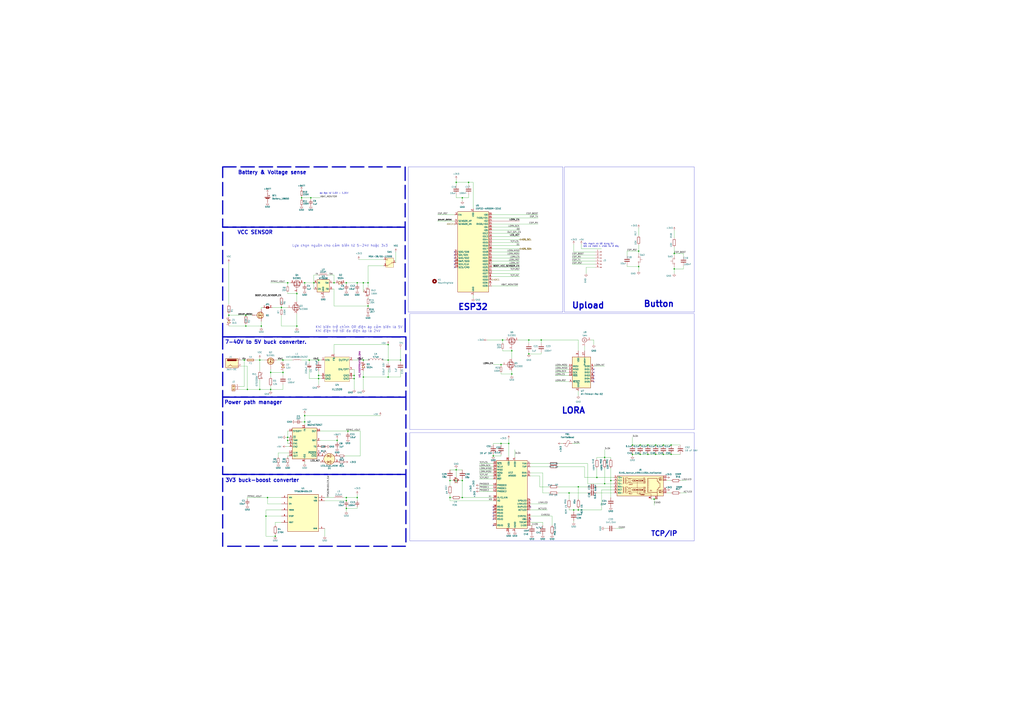
<source format=kicad_sch>
(kicad_sch (version 20231120) (generator "eeschema") (generator_version "8.0")
  (paper "A1")
  (lib_symbols
    (symbol "+3V3_1" (power) (pin_numbers hide) (pin_names (offset 0) hide)
      (property "Value" "+3V3" (at 0 3.556 0))
      (symbol "+3V3_1_1_1"
        (pin power_in line (at 0 0 90) (length 0) (name "~") (number "1"))
      )
    )
    (symbol "Battery_Management:BQ24075RGT"
      (property "Reference" "U" (at -8.89 13.97 0))
      (property "Value" "BQ24075RGT" (at 16.51 13.97 0))
      (symbol "BQ24075RGT_1_1"
        (pin passive line (at 12.7 -2.54 180) (length 2.54) (name "TS") (number "1"))
        (pin power_out line (at 12.7 10.16 180) (length 2.54) (name "OUT") (number "10"))
        (pin passive line (at 12.7 10.16 180) (length 2.54) hide (name "OUT") (number "11"))
        (pin passive line (at -12.7 -7.62 0) (length 2.54) (name "ILIM") (number "12"))
        (pin power_in line (at 0 15.24 270) (length 2.54) (name "IN") (number "13"))
        (pin input line (at -12.7 2.54 0) (length 2.54) (name "TMR") (number "14"))
        (pin input line (at -12.7 10.16 0) (length 2.54) (name "SYSOFF") (number "15"))
        (pin passive line (at -12.7 -10.16 0) (length 2.54) (name "ISET") (number "16"))
        (pin passive line (at 0 -15.24 90) (length 2.54) hide (name "VSS") (number "17"))
        (pin power_out line (at 12.7 2.54 180) (length 2.54) (name "BAT") (number "2"))
        (pin passive line (at 12.7 2.54 180) (length 2.54) hide (name "BAT") (number "3"))
        (pin input line (at -12.7 5.08 0) (length 2.54) (name "~{CE}") (number "4"))
        (pin input line (at -12.7 -2.54 0) (length 2.54) (name "EN2") (number "5"))
        (pin input line (at -12.7 0 0) (length 2.54) (name "EN1") (number "6"))
        (pin open_collector line (at 12.7 -7.62 180) (length 2.54) (name "~{PGOOD}") (number "7"))
        (pin power_in line (at 0 -15.24 90) (length 2.54) (name "VSS") (number "8"))
        (pin open_collector line (at 12.7 -10.16 180) (length 2.54) (name "~{CHG}") (number "9"))
      )
    )
    (symbol "Connector:Jack-DC" (pin_names (offset 1.016))
      (property "Reference" "J" (at 0 5.334 0))
      (property "Value" "Jack-DC" (at 0 -5.08 0))
      (symbol "Jack-DC_1_1"
        (pin passive line (at 7.62 2.54 180) (length 2.54) (name "~") (number "1"))
        (pin passive line (at 7.62 -2.54 180) (length 2.54) (name "~") (number "2"))
      )
    )
    (symbol "Connector:RJ45_Hanrun_HR911105A_Horizontal"
      (property "Reference" "J" (at 18.415 10.16 0))
      (property "Value" "RJ45_Hanrun_HR911105A_Horizontal" (at -19.05 10.16 0))
      (symbol "RJ45_Hanrun_HR911105A_Horizontal_0_0"
        (text "C1" (at 4.699 6.985 0) (effects (font (size 0.889 0.889))))
        (text "C1" (at 10.16 -3.175 0) (effects (font (size 0.889 0.889))))
        (text "C2" (at 4.699 3.175 0) (effects (font (size 0.889 0.889))))
        (text "C3" (at 4.699 -0.635 0) (effects (font (size 0.889 0.889))))
        (text "C4" (at 4.699 5.715 0) (effects (font (size 0.889 0.889))))
        (text "C5" (at 4.699 4.445 0) (effects (font (size 0.889 0.889))))
        (text "C6" (at 4.699 -4.445 0) (effects (font (size 0.889 0.889))))
        (text "C7" (at 4.699 -1.905 0) (effects (font (size 0.889 0.889))))
        (text "C8" (at 4.699 -3.175 0) (effects (font (size 0.889 0.889))))
        (text "RCV" (at -8.255 -5.715 0) (effects (font (size 1.016 1.016)) (justify left)))
        (text "XMIT" (at -8.255 1.905 0) (effects (font (size 1.016 1.016)) (justify left)))
      )
      (symbol "RJ45_Hanrun_HR911105A_Horizontal_1_0"
        (text "1000pF" (at 3.302 -6.477 0) (effects (font (size 0.635 0.635))))
      )
      (symbol "RJ45_Hanrun_HR911105A_Horizontal_1_1"
        (text "75" (at -3.556 -2.54 0) (effects (font (size 0.635 0.635))))
        (text "75" (at -3.556 5.08 0) (effects (font (size 0.635 0.635))))
        (text "75" (at 1.016 -2.54 0) (effects (font (size 0.635 0.635))))
        (text "75" (at 1.016 5.08 0) (effects (font (size 0.635 0.635))))
        (text "G" (at 19.685 -3.81 0) (effects (font (size 0.635 0.635))))
        (text "Y" (at 19.558 6.35 0) (effects (font (size 0.635 0.635))))
        (pin passive line (at -20.32 7.62 0) (length 2.54) (name "TD+") (number "1"))
        (pin passive line (at 22.86 -5.08 180) (length 2.54) (name "") (number "10"))
        (pin passive line (at 22.86 5.08 180) (length 2.54) (name "") (number "11"))
        (pin passive line (at 22.86 7.62 180) (length 2.54) (name "") (number "12"))
        (pin passive line (at -20.32 2.54 0) (length 2.54) (name "TD-") (number "2"))
        (pin passive line (at -20.32 0 0) (length 2.54) (name "RD+") (number "3"))
        (pin passive line (at -20.32 5.08 0) (length 2.54) (name "TCT") (number "4"))
        (pin passive line (at -20.32 -2.54 0) (length 2.54) (name "RCT") (number "5"))
        (pin passive line (at -20.32 -5.08 0) (length 2.54) (name "RD-") (number "6"))
        (pin no_connect line (at 20.32 0 0) (length 0) hide (name "NC") (number "7"))
        (pin power_in line (at 10.16 -10.16 90) (length 2.54) (name "") (number "8"))
        (pin passive line (at 22.86 -2.54 180) (length 2.54) (name "") (number "9"))
        (pin passive line (at 15.24 -10.16 90) (length 2.54) (name "") (number "SH"))
      )
    )
    (symbol "Device:Battery_Cell" (pin_numbers hide) (pin_names (offset 0) hide)
      (property "Reference" "BT" (at 2.54 2.54 0))
      (property "Value" "Battery_Cell" (at 2.54 0 0))
      (symbol "Battery_Cell_1_1"
        (pin passive line (at 0 5.08 270) (length 2.54) (name "+") (number "1"))
        (pin passive line (at 0 -2.54 90) (length 2.54) (name "-") (number "2"))
      )
    )
    (symbol "Device:C" (pin_numbers hide) (pin_names (offset 0.254))
      (property "Reference" "C" (at 0.635 2.54 0))
      (property "Value" "C" (at 0.635 -2.54 0))
      (symbol "C_1_1"
        (pin passive line (at 0 3.81 270) (length 2.794) (name "~") (number "1"))
        (pin passive line (at 0 -3.81 90) (length 2.794) (name "~") (number "2"))
      )
    )
    (symbol "Device:C_Polarized_Small" (pin_numbers hide) (pin_names (offset 0.254) hide)
      (property "Reference" "C" (at 0.254 1.778 0))
      (property "Value" "C_Polarized_Small" (at 0.254 -2.032 0))
      (symbol "C_Polarized_Small_1_1"
        (pin passive line (at 0 2.54 270) (length 1.8542) (name "~") (number "1"))
        (pin passive line (at 0 -2.54 90) (length 1.8542) (name "~") (number "2"))
      )
    )
    (symbol "Device:C_Polarized_US" (pin_numbers hide) (pin_names (offset 0.254) hide)
      (property "Reference" "C" (at 0.635 2.54 0))
      (property "Value" "C_Polarized_US" (at 0.635 -2.54 0))
      (symbol "C_Polarized_US_1_1"
        (pin passive line (at 0 3.81 270) (length 2.794) (name "~") (number "1"))
        (pin passive line (at 0 -3.81 90) (length 3.302) (name "~") (number "2"))
      )
    )
    (symbol "Device:C_Small" (pin_numbers hide) (pin_names (offset 0.254) hide)
      (property "Reference" "C" (at 0.254 1.778 0))
      (property "Value" "C_Small" (at 0.254 -2.032 0))
      (symbol "C_Small_1_1"
        (pin passive line (at 0 2.54 270) (length 2.032) (name "~") (number "1"))
        (pin passive line (at 0 -2.54 90) (length 2.032) (name "~") (number "2"))
      )
    )
    (symbol "Device:FerriteBead" (pin_numbers hide) (pin_names (offset 0))
      (property "Reference" "FB" (at -3.81 0.635 90))
      (property "Value" "FerriteBead" (at 3.81 0 90))
      (symbol "FerriteBead_1_1"
        (pin passive line (at 0 3.81 270) (length 2.54) (name "~") (number "1"))
        (pin passive line (at 0 -3.81 90) (length 2.54) (name "~") (number "2"))
      )
    )
    (symbol "Device:L" (pin_numbers hide) (pin_names (offset 1.016) hide)
      (property "Reference" "L" (at -1.27 0 90))
      (property "Value" "L" (at 1.905 0 90))
      (symbol "L_1_1"
        (pin passive line (at 0 3.81 270) (length 1.27) (name "1") (number "1"))
        (pin passive line (at 0 -3.81 90) (length 1.27) (name "2") (number "2"))
      )
    )
    (symbol "Device:LED_Dual_AKAK" (pin_names (offset 0) hide)
      (property "Reference" "D" (at 0 5.715 0))
      (property "Value" "LED_Dual_AKAK" (at 0 -6.35 0))
      (symbol "LED_Dual_AKAK_1_1"
        (pin input line (at -7.62 2.54 0) (length 3.048) (name "A1") (number "1"))
        (pin input line (at 7.62 2.54 180) (length 3.81) (name "K1") (number "2"))
        (pin input line (at -7.62 -2.54 0) (length 3.048) (name "A2") (number "3"))
        (pin input line (at 7.62 -2.54 180) (length 3.81) (name "K2") (number "4"))
      )
    )
    (symbol "Device:L_Ferrite" (pin_numbers hide) (pin_names (offset 1.016) hide)
      (property "Reference" "L" (at -1.27 0 90))
      (property "Value" "L_Ferrite" (at 2.794 0 90))
      (symbol "L_Ferrite_1_1"
        (pin passive line (at 0 3.81 270) (length 1.27) (name "1") (number "1"))
        (pin passive line (at 0 -3.81 90) (length 1.27) (name "2") (number "2"))
      )
    )
    (symbol "Device:R" (pin_numbers hide) (pin_names (offset 0))
      (property "Reference" "R" (at 2.032 0 90))
      (property "Value" "R" (at 0 0 90))
      (symbol "R_1_1"
        (pin passive line (at 0 3.81 270) (length 1.27) (name "~") (number "1"))
        (pin passive line (at 0 -3.81 90) (length 1.27) (name "~") (number "2"))
      )
    )
    (symbol "Device:R_Potentiometer" (pin_names (offset 1.016) hide)
      (property "Reference" "RV" (at -4.445 0 90))
      (property "Value" "R_Potentiometer" (at -2.54 0 90))
      (symbol "R_Potentiometer_1_1"
        (pin passive line (at 0 3.81 270) (length 1.27) (name "1") (number "1"))
        (pin passive line (at 3.81 0 180) (length 1.27) (name "2") (number "2"))
        (pin passive line (at 0 -3.81 90) (length 1.27) (name "3") (number "3"))
      )
    )
    (symbol "Device:R_Small" (pin_numbers hide) (pin_names (offset 0.254) hide)
      (property "Reference" "R" (at 0.762 0.508 0))
      (property "Value" "R_Small" (at 0.762 -1.016 0))
      (symbol "R_Small_1_1"
        (pin passive line (at 0 2.54 270) (length 0.762) (name "~") (number "1"))
        (pin passive line (at 0 -2.54 90) (length 0.762) (name "~") (number "2"))
      )
    )
    (symbol "GND_11" (power) (pin_names (offset 0))
      (property "Value" "GND_11" (at 0 -3.81 0))
      (symbol "GND_11_1_1"
        (pin power_in line (at 0 0 270) (length 0) hide (name "GND") (number "1"))
      )
    )
    (symbol "GND_5" (power) (pin_names (offset 0))
      (property "Value" "GND_5" (at 0 -3.81 0))
      (symbol "GND_5_1_1"
        (pin power_in line (at 0 0 270) (length 0) hide (name "GND") (number "1"))
      )
    )
    (symbol "IVS_SYMBOLS:+5V" (power) (pin_names (offset 0))
      (property "Value" "+5V" (at 0 3.556 0))
      (symbol "+5V_1_1"
        (pin power_in line (at 0 0 90) (length 0) hide (name "+5V") (number "1"))
      )
    )
    (symbol "IVS_SYMBOLS:Ai-Thinker-Ra-02"
      (property "Reference" "U" (at 2.54 19.05 0))
      (property "Value" "Ai-Thinker-Ra-02" (at 13.97 -15.24 0))
      (symbol "Ai-Thinker-Ra-02_1_1"
        (pin passive line (at -2.54 -15.24 90) (length 2.54) hide (name "GND") (number "1"))
        (pin bidirectional line (at 10.16 -5.08 180) (length 2.54) (name "DIO4") (number "10"))
        (pin bidirectional line (at 10.16 -7.62 180) (length 2.54) (name "DIO5") (number "11"))
        (pin input line (at -10.16 0 0) (length 2.54) (name "SCK") (number "12"))
        (pin output line (at -10.16 2.54 0) (length 2.54) (name "MISO") (number "13"))
        (pin input line (at -10.16 5.08 0) (length 2.54) (name "MOSI") (number "14"))
        (pin input line (at -10.16 -2.54 0) (length 2.54) (name "~{NSS}") (number "15"))
        (pin passive line (at -2.54 -15.24 90) (length 2.54) hide (name "GND") (number "16"))
        (pin input line (at 2.54 17.78 270) (length 5.08) (name "Anaten") (number "17"))
        (pin power_in line (at -2.54 -15.24 90) (length 2.54) (name "GND") (number "2"))
        (pin power_in line (at -2.54 17.78 270) (length 5.08) (name "VDD") (number "3"))
        (pin input line (at -10.16 -7.62 0) (length 2.54) (name "~{RESET}") (number "4"))
        (pin bidirectional line (at 10.16 5.08 180) (length 2.54) (name "DIO0") (number "5"))
        (pin bidirectional line (at 10.16 2.54 180) (length 2.54) (name "DIO1") (number "6"))
        (pin bidirectional line (at 10.16 0 180) (length 2.54) (name "DIO2") (number "7"))
        (pin bidirectional line (at 10.16 -2.54 180) (length 2.54) (name "DIO3") (number "8"))
        (pin passive line (at -2.54 -15.24 90) (length 2.54) hide (name "GND") (number "9"))
      )
    )
    (symbol "IVS_SYMBOLS:Conn_01x06_Male" (pin_names (offset 1.016) hide)
      (property "Reference" "J" (at 0 7.62 0))
      (property "Value" "Conn_01x06_Male" (at 0 -10.16 0))
      (symbol "Conn_01x06_Male_1_1"
        (pin passive line (at 5.08 5.08 180) (length 3.81) (name "Pin_1") (number "1"))
        (pin passive line (at 5.08 2.54 180) (length 3.81) (name "Pin_2") (number "2"))
        (pin passive line (at 5.08 0 180) (length 3.81) (name "Pin_3") (number "3"))
        (pin passive line (at 5.08 -2.54 180) (length 3.81) (name "Pin_4") (number "4"))
        (pin passive line (at 5.08 -5.08 180) (length 3.81) (name "Pin_5") (number "5"))
        (pin passive line (at 5.08 -7.62 180) (length 3.81) (name "Pin_6") (number "6"))
      )
    )
    (symbol "IVS_SYMBOLS:Conn_Ipex"
      (property "Reference" "U" (at 2.54 -5.08 0))
      (property "Value" "Ipex" (at 2.54 -2.54 0))
      (symbol "Conn_Ipex_1_1"
        (pin passive line (at -5.08 0 0) (length 2.54) (name "") (number "1"))
        (pin passive line (at 0 -5.08 90) (length 2.54) (name "") (number "2"))
      )
    )
    (symbol "IVS_SYMBOLS:D_Schottky"
      (property "Reference" "D" (at -2.54 2.54 0))
      (property "Value" "D_Schottky" (at 0 -2.54 0))
      (symbol "D_Schottky_1_1"
        (pin passive line (at 5.08 0 180) (length 2.54) (name "") (number "1"))
        (pin passive line (at -2.54 0 0) (length 2.54) (name "") (number "2"))
      )
    )
    (symbol "IVS_SYMBOLS:D_Zener"
      (property "Reference" "Z" (at 0 3.81 0))
      (property "Value" "D_Zener" (at 0 -3.302 0))
      (symbol "D_Zener_1_1"
        (pin passive line (at 5.08 0 180) (length 2.54) (name "") (number "1"))
        (pin passive line (at -2.54 0 0) (length 2.54) (name "") (number "2"))
      )
    )
    (symbol "IVS_SYMBOLS:Fuse" (pin_numbers hide) (pin_names (offset 0))
      (property "Reference" "F" (at 0 2.032 0))
      (property "Value" "Fuse" (at 0 -1.905 0))
      (symbol "Fuse_1_1"
        (pin passive line (at -3.81 0 0) (length 1.27) (name "~") (number "1"))
        (pin passive line (at 3.81 0 180) (length 1.27) (name "~") (number "2"))
      )
    )
    (symbol "IVS_SYMBOLS:N_Mosfet" (pin_numbers hide) (pin_names hide)
      (property "Reference" "Q" (at 2.794 1.2192 0))
      (symbol "N_Mosfet_1_1"
        (pin input line (at -7.62 0 0) (length 2.54) (name "G") (number "1"))
        (pin passive line (at 0 -5.08 90) (length 2.54) (name "S") (number "2"))
        (pin passive line (at 0 5.08 270) (length 2.54) (name "D") (number "3"))
      )
    )
    (symbol "IVS_SYMBOLS:P_Mosfet" (pin_numbers hide) (pin_names hide)
      (property "Reference" "Q" (at 2.794 1.2192 0))
      (symbol "P_Mosfet_1_1"
        (pin input line (at -7.62 0 0) (length 2.54) (name "G") (number "1"))
        (pin passive line (at 0 -5.08 90) (length 2.54) (name "S") (number "2"))
        (pin passive line (at 0 5.08 270) (length 2.54) (name "D") (number "3"))
      )
    )
    (symbol "IVS_SYMBOLS:Screw_Terminal_01x02" (pin_names (offset 1.016) hide)
      (property "Reference" "J" (at 0 2.54 0))
      (property "Value" "Screw_Terminal_01x02" (at 0 -5.08 0))
      (symbol "Screw_Terminal_01x02_1_1"
        (pin passive line (at -5.08 0 0) (length 3.81) (name "Pin_1") (number "1"))
        (pin passive line (at -5.08 -2.54 0) (length 3.81) (name "Pin_2") (number "2"))
      )
    )
    (symbol "IVS_SYMBOLS:SolderJumper_2_Open" (pin_names (offset 0) hide)
      (property "Reference" "JP" (at 0 2.032 0))
      (property "Value" "SolderJumper_2_Open" (at 0 -2.54 0))
      (symbol "SolderJumper_2_Open_1_1"
        (pin passive line (at -3.81 0 0) (length 2.54) (name "A") (number "1"))
        (pin passive line (at 3.81 0 180) (length 2.54) (name "B") (number "2"))
      )
    )
    (symbol "IVS_SYMBOLS:TPS62840DLCR" (pin_names (offset 1.016))
      (property "Reference" "U" (at -12.7 16.24 0))
      (property "Value" "TPS62840DLCR" (at -12.7 -19.24 0))
      (symbol "TPS62840DLCR_0_0"
        (pin power_in line (at 17.78 -12.7 180) (length 5.08) (name "GND") (number "1"))
        (pin power_in line (at -17.78 12.7 0) (length 5.08) (name "VIN") (number "2"))
        (pin input line (at -17.78 2.54 0) (length 5.08) (name "MODE") (number "3"))
        (pin input line (at -17.78 7.62 0) (length 5.08) (name "EN") (number "4"))
        (pin input line (at -17.78 -7.62 0) (length 5.08) (name "VSET") (number "5"))
        (pin input line (at -17.78 -2.54 0) (length 5.08) (name "STOP") (number "6"))
        (pin power_in line (at 17.78 12.7 180) (length 5.08) (name "SW") (number "7"))
        (pin input line (at 17.78 10.16 180) (length 5.08) (name "VOS") (number "8"))
      )
    )
    (symbol "IVS_SYMBOLS:TestPoint" (pin_numbers hide) (pin_names (offset 0.762) hide)
      (property "Reference" "TP" (at 0 6.858 0))
      (property "Value" "TestPoint" (at 0 5.08 0))
      (symbol "TestPoint_1_1"
        (pin passive line (at 0 0 90) (length 2.54) (name "1") (number "1"))
      )
    )
    (symbol "IVS_SYMBOLS:Varistor" (pin_numbers hide) (pin_names (offset 0))
      (property "Reference" "RV" (at 3.175 0 90))
      (property "Value" "Varistor" (at -3.175 0 90))
      (symbol "Varistor_0_0"
        (text "U" (at -1.778 -2.032 0) (effects (font (size 1.27 1.27))))
      )
      (symbol "Varistor_1_1"
        (pin passive line (at 0 3.81 270) (length 1.27) (name "~") (number "1"))
        (pin passive line (at 0 -3.81 90) (length 1.27) (name "~") (number "2"))
      )
    )
    (symbol "IVS_SYMBOLS_SYM:Crystal_MCU" (pin_names (offset 1.016) hide)
      (property "Reference" "Y" (at 1.27 4.445 0))
      (property "Value" "Crystal_MCU" (at 1.27 2.54 0))
      (symbol "Crystal_MCU_1_1"
        (pin passive line (at -2.54 0 0) (length 1.27) (name "1") (number "1"))
        (pin passive line (at 0 -2.54 90) (length 0.635) (name "2") (number "2"))
        (pin passive line (at 2.54 0 180) (length 1.27) (name "3") (number "3"))
        (pin passive line (at 0 -2.54 90) (length 0.635) hide (name "4") (number "4"))
      )
    )
    (symbol "IVS_SYMBOLS_SYM:MountingHole" (pin_names (offset 1.016))
      (property "Reference" "H" (at 0 5.08 0))
      (property "Value" "MountingHole" (at 0 3.175 0))
    )
    (symbol "Interface_Ethernet:W5500"
      (property "Reference" "U" (at -11.43 29.21 0))
      (property "Value" "W5500" (at 8.89 29.21 0))
      (symbol "W5500_1_1"
        (pin output line (at 15.24 25.4 180) (length 2.54) (name "TXN") (number "1"))
        (pin passive line (at 15.24 -17.78 180) (length 2.54) (name "EXRES1") (number "10"))
        (pin passive line (at 2.54 30.48 270) (length 2.54) hide (name "AVDD") (number "11"))
        (pin no_connect line (at 12.7 7.62 180) (length 2.54) hide (name "NC") (number "12"))
        (pin no_connect line (at 12.7 5.08 180) (length 2.54) hide (name "NC") (number "13"))
        (pin passive line (at 2.54 -30.48 90) (length 2.54) hide (name "AGND") (number "14"))
        (pin passive line (at 2.54 30.48 270) (length 2.54) hide (name "AVDD") (number "15"))
        (pin passive line (at 2.54 -30.48 90) (length 2.54) hide (name "AGND") (number "16"))
        (pin passive line (at 2.54 30.48 270) (length 2.54) hide (name "AVDD") (number "17"))
        (pin passive line (at 15.24 -20.32 180) (length 2.54) (name "VBG") (number "18"))
        (pin passive line (at 2.54 -30.48 90) (length 2.54) hide (name "AGND") (number "19"))
        (pin output line (at 15.24 22.86 180) (length 2.54) (name "TXP") (number "2"))
        (pin passive line (at 15.24 -22.86 180) (length 2.54) (name "TOCAP") (number "20"))
        (pin passive line (at 2.54 30.48 270) (length 2.54) hide (name "AVDD") (number "21"))
        (pin output line (at 15.24 -25.4 180) (length 2.54) (name "1V2O") (number "22"))
        (pin input line (at -15.24 -25.4 0) (length 2.54) (name "RSVD") (number "23"))
        (pin output line (at 15.24 -5.08 180) (length 2.54) (name "SPDLED") (number "24"))
        (pin output line (at 15.24 -7.62 180) (length 2.54) (name "LINKLED") (number "25"))
        (pin output line (at 15.24 -10.16 180) (length 2.54) (name "DUPLED") (number "26"))
        (pin output line (at 15.24 -12.7 180) (length 2.54) (name "ACTLED") (number "27"))
        (pin power_in line (at -2.54 30.48 270) (length 2.54) (name "VDD") (number "28"))
        (pin power_in line (at -2.54 -30.48 90) (length 2.54) (name "GND") (number "29"))
        (pin power_in line (at 2.54 -30.48 90) (length 2.54) (name "AGND") (number "3"))
        (pin input line (at -15.24 -2.54 0) (length 2.54) (name "XI/CLKIN") (number "30"))
        (pin output line (at -15.24 -5.08 0) (length 2.54) (name "XO") (number "31"))
        (pin input line (at -15.24 25.4 0) (length 2.54) (name "~{SCS}") (number "32"))
        (pin input line (at -15.24 22.86 0) (length 2.54) (name "SCLK") (number "33"))
        (pin output line (at -15.24 20.32 0) (length 2.54) (name "MISO") (number "34"))
        (pin input line (at -15.24 17.78 0) (length 2.54) (name "MOSI") (number "35"))
        (pin input line (at -15.24 15.24 0) (length 2.54) (name "~{INT}") (number "36"))
        (pin input line (at -15.24 12.7 0) (length 2.54) (name "~{RST}") (number "37"))
        (pin input line (at -15.24 -10.16 0) (length 2.54) (name "RSVD") (number "38"))
        (pin input line (at -15.24 -12.7 0) (length 2.54) (name "RSVD") (number "39"))
        (pin power_in line (at 2.54 30.48 270) (length 2.54) (name "AVDD") (number "4"))
        (pin input line (at -15.24 -15.24 0) (length 2.54) (name "RSVD") (number "40"))
        (pin input line (at -15.24 -17.78 0) (length 2.54) (name "RSVD") (number "41"))
        (pin input line (at -15.24 -20.32 0) (length 2.54) (name "RSVD") (number "42"))
        (pin input line (at -15.24 2.54 0) (length 2.54) (name "PMODE2") (number "43"))
        (pin input line (at -15.24 5.08 0) (length 2.54) (name "PMODE1") (number "44"))
        (pin input line (at -15.24 7.62 0) (length 2.54) (name "PMODE0") (number "45"))
        (pin no_connect line (at 12.7 2.54 180) (length 2.54) hide (name "NC") (number "46"))
        (pin no_connect line (at 12.7 0 180) (length 2.54) hide (name "NC") (number "47"))
        (pin passive line (at 2.54 -30.48 90) (length 2.54) hide (name "AGND") (number "48"))
        (pin input line (at 15.24 17.78 180) (length 2.54) (name "RXN") (number "5"))
        (pin input line (at 15.24 15.24 180) (length 2.54) (name "RXP") (number "6"))
        (pin no_connect line (at 12.7 10.16 180) (length 2.54) hide (name "DNC") (number "7"))
        (pin passive line (at 2.54 30.48 270) (length 2.54) hide (name "AVDD") (number "8"))
        (pin passive line (at 2.54 -30.48 90) (length 2.54) hide (name "AGND") (number "9"))
      )
    )
    (symbol "RF_Module:ESP32-WROOM-32D"
      (property "Reference" "U" (at -12.7 34.29 0))
      (property "Value" "ESP32-WROOM-32D" (at 1.27 34.29 0))
      (symbol "ESP32-WROOM-32D_1_1"
        (pin power_in line (at 0 -35.56 90) (length 2.54) (name "GND") (number "1"))
        (pin bidirectional line (at 15.24 -12.7 180) (length 2.54) (name "IO25") (number "10"))
        (pin bidirectional line (at 15.24 -15.24 180) (length 2.54) (name "IO26") (number "11"))
        (pin bidirectional line (at 15.24 -17.78 180) (length 2.54) (name "IO27") (number "12"))
        (pin bidirectional line (at 15.24 10.16 180) (length 2.54) (name "IO14") (number "13"))
        (pin bidirectional line (at 15.24 15.24 180) (length 2.54) (name "IO12") (number "14"))
        (pin passive line (at 0 -35.56 90) (length 2.54) hide (name "GND") (number "15"))
        (pin bidirectional line (at 15.24 12.7 180) (length 2.54) (name "IO13") (number "16"))
        (pin bidirectional line (at -15.24 -5.08 0) (length 2.54) (name "SHD/SD2") (number "17"))
        (pin bidirectional line (at -15.24 -7.62 0) (length 2.54) (name "SWP/SD3") (number "18"))
        (pin bidirectional line (at -15.24 -12.7 0) (length 2.54) (name "SCS/CMD") (number "19"))
        (pin power_in line (at 0 35.56 270) (length 2.54) (name "VDD") (number "2"))
        (pin bidirectional line (at -15.24 -10.16 0) (length 2.54) (name "SCK/CLK") (number "20"))
        (pin bidirectional line (at -15.24 0 0) (length 2.54) (name "SDO/SD0") (number "21"))
        (pin bidirectional line (at -15.24 -2.54 0) (length 2.54) (name "SDI/SD1") (number "22"))
        (pin bidirectional line (at 15.24 7.62 180) (length 2.54) (name "IO15") (number "23"))
        (pin bidirectional line (at 15.24 25.4 180) (length 2.54) (name "IO2") (number "24"))
        (pin bidirectional line (at 15.24 30.48 180) (length 2.54) (name "IO0") (number "25"))
        (pin bidirectional line (at 15.24 20.32 180) (length 2.54) (name "IO4") (number "26"))
        (pin bidirectional line (at 15.24 5.08 180) (length 2.54) (name "IO16") (number "27"))
        (pin bidirectional line (at 15.24 2.54 180) (length 2.54) (name "IO17") (number "28"))
        (pin bidirectional line (at 15.24 17.78 180) (length 2.54) (name "IO5") (number "29"))
        (pin input line (at -15.24 30.48 0) (length 2.54) (name "EN") (number "3"))
        (pin bidirectional line (at 15.24 0 180) (length 2.54) (name "IO18") (number "30"))
        (pin bidirectional line (at 15.24 -2.54 180) (length 2.54) (name "IO19") (number "31"))
        (pin no_connect line (at -12.7 -27.94 0) (length 2.54) hide (name "NC") (number "32"))
        (pin bidirectional line (at 15.24 -5.08 180) (length 2.54) (name "IO21") (number "33"))
        (pin bidirectional line (at 15.24 22.86 180) (length 2.54) (name "RXD0/IO3") (number "34"))
        (pin bidirectional line (at 15.24 27.94 180) (length 2.54) (name "TXD0/IO1") (number "35"))
        (pin bidirectional line (at 15.24 -7.62 180) (length 2.54) (name "IO22") (number "36"))
        (pin bidirectional line (at 15.24 -10.16 180) (length 2.54) (name "IO23") (number "37"))
        (pin passive line (at 0 -35.56 90) (length 2.54) hide (name "GND") (number "38"))
        (pin passive line (at 0 -35.56 90) (length 2.54) hide (name "GND") (number "39"))
        (pin input line (at -15.24 25.4 0) (length 2.54) (name "SENSOR_VP") (number "4"))
        (pin input line (at -15.24 22.86 0) (length 2.54) (name "SENSOR_VN") (number "5"))
        (pin input line (at 15.24 -25.4 180) (length 2.54) (name "IO34") (number "6"))
        (pin input line (at 15.24 -27.94 180) (length 2.54) (name "IO35") (number "7"))
        (pin bidirectional line (at 15.24 -20.32 180) (length 2.54) (name "IO32") (number "8"))
        (pin bidirectional line (at 15.24 -22.86 180) (length 2.54) (name "IO33") (number "9"))
      )
    )
    (symbol "Regulator_Switching:MT3608"
      (property "Reference" "U" (at -2.54 8.89 0))
      (property "Value" "MT3608" (at -3.81 6.35 0))
      (symbol "MT3608_1_1"
        (pin passive line (at 7.62 2.54 180) (length 2.54) (name "SW") (number "1"))
        (pin power_in line (at 0 -7.62 90) (length 2.54) (name "GND") (number "2"))
        (pin input line (at 7.62 -2.54 180) (length 2.54) (name "FB") (number "3"))
        (pin input line (at -7.62 -2.54 0) (length 2.54) (name "EN") (number "4"))
        (pin power_in line (at -7.62 2.54 0) (length 2.54) (name "IN") (number "5"))
        (pin no_connect line (at 5.08 0 180) (length 2.54) hide (name "NC") (number "6"))
      )
    )
    (symbol "Switch:SW_Nidec_CAS-120A1" (pin_names (offset 1) hide)
      (property "Reference" "SW" (at 0 4.318 0))
      (property "Value" "SW_Nidec_CAS-120A1" (at 0 -5.08 0))
      (symbol "SW_Nidec_CAS-120A1_1_1"
        (pin passive line (at 5.08 -2.54 180) (length 2.54) (name "C") (number "1"))
        (pin passive line (at -5.08 0 0) (length 2.54) (name "B") (number "2"))
        (pin passive line (at 5.08 2.54 180) (length 2.54) (name "A") (number "3"))
      )
    )
    (symbol "Switch:SW_Push" (pin_numbers hide) (pin_names (offset 1.016) hide)
      (property "Reference" "SW" (at 1.27 2.54 0))
      (property "Value" "SW_Push" (at 0 -1.524 0))
      (symbol "SW_Push_0_1"
        (pin passive line (at -5.08 0 0) (length 2.54) (name "1") (number "1"))
        (pin passive line (at 5.08 0 180) (length 2.54) (name "2") (number "2"))
      )
    )
    (symbol "ThaoSMD:XL1509" (pin_names (offset 0.254))
      (property "Reference" "U" (at 5.08 -12.7 0))
      (property "Value" "XL1509" (at -7.62 -12.7 0))
      (symbol "XL1509_1_1"
        (pin power_in line (at -12.7 7.62 0) (length 2.54) (name "VIN") (number "1"))
        (pin output line (at 12.7 7.62 180) (length 2.54) (name "OUTPUT") (number "2"))
        (pin input line (at -2.54 12.7 270) (length 2.54) (name "FB") (number "3"))
        (pin input line (at 12.7 0 180) (length 2.54) (name "ON/OFF") (number "4"))
        (pin power_in line (at -12.7 -7.62 0) (length 2.54) (name "GND") (number "5"))
        (pin power_in line (at -12.7 -5.08 0) (length 2.54) (name "GND") (number "6"))
        (pin power_in line (at 12.7 -7.62 180) (length 2.54) (name "GND") (number "7"))
        (pin power_in line (at 12.7 -5.08 180) (length 2.54) (name "GND") (number "8"))
      )
    )
    (symbol "Transistor_FET:2N7002" (pin_names hide)
      (property "Reference" "Q" (at 5.08 1.905 0))
      (property "Value" "2N7002" (at 5.08 0 0))
      (symbol "2N7002_1_1"
        (pin input line (at -5.08 0 0) (length 2.54) (name "G") (number "1"))
        (pin passive line (at 2.54 -5.08 90) (length 2.54) (name "S") (number "2"))
        (pin passive line (at 2.54 5.08 270) (length 2.54) (name "D") (number "3"))
      )
    )
    (symbol "Transistor_FET:AO3401A" (pin_names hide)
      (property "Reference" "Q" (at 5.08 1.905 0))
      (property "Value" "AO3401A" (at 5.08 0 0))
      (symbol "AO3401A_1_1"
        (pin input line (at -5.08 0 0) (length 2.54) (name "G") (number "1"))
        (pin passive line (at 2.54 -5.08 90) (length 2.54) (name "S") (number "2"))
        (pin passive line (at 2.54 5.08 270) (length 2.54) (name "D") (number "3"))
      )
    )
    (symbol "power:+3V3" (power) (pin_names (offset 0))
      (property "Value" "+3V3" (at 0 3.556 0))
      (symbol "+3V3_1_1"
        (pin power_in line (at 0 0 90) (length 0) hide (name "+3V3") (number "1"))
      )
    )
    (symbol "power:+5V" (power) (pin_names (offset 0))
      (property "Value" "+5V" (at 0 3.556 0))
      (symbol "+5V_1_1"
        (pin power_in line (at 0 0 90) (length 0) hide (name "+5V") (number "1"))
      )
    )
    (symbol "power:+BATT" (power) (pin_numbers hide) (pin_names (offset 0) hide)
      (property "Value" "+BATT" (at 0 3.556 0))
      (symbol "+BATT_1_1"
        (pin power_in line (at 0 0 90) (length 0) (name "~") (number "1"))
      )
    )
    (symbol "power:GND" (power) (pin_names (offset 0))
      (property "Value" "GND" (at 0 -3.81 0))
      (symbol "GND_1_1"
        (pin power_in line (at 0 0 270) (length 0) hide (name "GND") (number "1"))
      )
    )
    (symbol "power:VCC" (power) (pin_numbers hide) (pin_names (offset 0) hide)
      (property "Value" "VCC" (at 0 3.556 0))
      (symbol "VCC_1_1"
        (pin power_in line (at 0 0 90) (length 0) (name "~") (number "1"))
      )
    )
    (symbol "power:VDC" (power) (pin_names (offset 0))
      (property "Value" "VDC" (at 0 6.35 0))
      (symbol "VDC_1_1"
        (pin power_in line (at 0 0 90) (length 0) hide (name "VDC") (number "1"))
      )
    )
    (symbol "pspice:INDUCTOR" (pin_numbers hide) (pin_names (offset 0))
      (property "Reference" "L" (at 0 2.54 0))
      (property "Value" "INDUCTOR" (at 0 -1.27 0))
      (symbol "INDUCTOR_1_1"
        (pin input line (at -6.35 0 0) (length 1.27) (name "1") (number "1"))
        (pin input line (at 6.35 0 180) (length 1.27) (name "2") (number "2"))
      )
    )
  )
  (junction (at 290.83 308.61))
  (junction (at 285.75 354.33))
  (junction (at 276.86 361.95))
  (junction (at 255.27 162.56))
  (junction (at 538.48 373.38))
  (junction (at 328.93 295.91))
  (junction (at 236.22 232.41))
  (junction (at 369.57 394.97))
  (junction (at 474.98 400.05))
  (junction (at 222.25 306.07))
  (junction (at 243.84 241.3))
  (junction (at 200.66 295.91))
  (junction (at 222.25 320.04))
  (junction (at 467.36 405.13))
  (junction (at 434.34 290.83))
  (junction (at 302.26 251.46))
  (junction (at 187.96 259.08))
  (junction (at 201.93 267.97))
  (junction (at 250.19 346.71))
  (junction (at 226.06 440.69))
  (junction (at 213.36 320.04))
  (junction (at 318.77 309.88))
  (junction (at 384.81 149.86))
  (junction (at 524.51 206.375))
  (junction (at 411.48 299.72))
  (junction (at 412.75 279.4))
  (junction (at 201.93 259.08))
  (junction (at 231.14 252.73))
  (junction (at 537.21 410.21))
  (junction (at 405.13 374.65))
  (junction (at 420.37 288.29))
  (junction (at 420.37 307.34))
  (junction (at 243.84 267.97))
  (junction (at 374.65 149.86))
  (junction (at 293.37 232.41))
  (junction (at 290.83 311.15))
  (junction (at 374.65 386.08))
  (junction (at 411.48 364.49))
  (junction (at 284.48 232.41))
  (junction (at 218.44 424.18))
  (junction (at 444.5 279.4))
  (junction (at 298.45 309.88))
  (junction (at 496.57 375.92))
  (junction (at 298.45 295.91))
  (junction (at 544.83 373.38))
  (junction (at 302.26 232.41))
  (junction (at 261.62 311.15))
  (junction (at 551.18 365.76))
  (junction (at 379.73 394.97))
  (junction (at 213.36 295.91))
  (junction (at 538.48 365.76))
  (junction (at 250.19 232.41))
  (junction (at 471.17 419.1))
  (junction (at 250.19 341.63))
  (junction (at 532.13 373.38))
  (junction (at 544.83 365.76))
  (junction (at 553.72 208.28))
  (junction (at 553.72 220.98))
  (junction (at 369.57 408.94))
  (junction (at 318.77 283.21))
  (junction (at 232.41 306.07))
  (junction (at 247.65 162.56))
  (junction (at 551.18 373.38))
  (junction (at 236.22 359.41))
  (junction (at 284.48 417.83))
  (junction (at 519.43 365.76))
  (junction (at 254 295.91))
  (junction (at 524.51 219.075))
  (junction (at 532.13 365.76))
  (junction (at 496.57 397.51))
  (junction (at 203.2 320.04))
  (junction (at 261.62 308.61))
  (junction (at 298.45 232.41))
  (junction (at 525.78 373.38))
  (junction (at 318.77 295.91))
  (junction (at 236.22 361.95))
  (junction (at 293.37 408.94))
  (junction (at 232.41 295.91))
  (junction (at 490.22 392.43))
  (junction (at 261.62 295.91))
  (junction (at 257.81 232.41))
  (junction (at 284.48 408.94))
  (junction (at 501.65 394.97))
  (junction (at 525.78 365.76))
  (junction (at 474.98 419.1))
  (junction (at 379.73 162.56))
  (junction (at 434.34 279.4))
  (junction (at 274.32 232.41))
  (junction (at 219.71 408.94))
  (junction (at 214.63 267.97))
  (junction (at 417.83 364.49))
  (junction (at 519.43 373.38))
  (junction (at 284.48 411.48))
  (junction (at 379.73 408.94))
  (no_connect (at 487.68 306.07))
  (no_connect (at 373.38 212.09))
  (no_connect (at 373.38 217.17))
  (no_connect (at 487.68 303.53))
  (no_connect (at 373.38 209.55))
  (no_connect (at 435.61 416.56))
  (no_connect (at 262.89 372.11))
  (no_connect (at 487.68 308.61))
  (no_connect (at 487.68 311.15))
  (no_connect (at 405.13 424.18))
  (no_connect (at 405.13 421.64))
  (no_connect (at 405.13 426.72))
  (no_connect (at 373.38 214.63))
  (no_connect (at 405.13 431.8))
  (no_connect (at 487.68 313.69))
  (no_connect (at 373.38 207.01))
  (no_connect (at 435.61 426.72))
  (no_connect (at 405.13 416.56))
  (no_connect (at 405.13 419.1))
  (no_connect (at 373.38 219.71))
  (wire (pts (xy 261.62 308.61) (xy 261.62 311.15)))
  (wire (pts (xy 243.84 267.97) (xy 243.84 269.24)))
  (wire (pts (xy 469.9 217.17) (xy 488.95 217.17)))
  (wire (pts (xy 467.36 419.1) (xy 467.36 417.83)))
  (wire (pts (xy 444.5 279.4) (xy 444.5 281.94)))
  (wire (pts (xy 231.14 414.02) (xy 219.71 414.02)))
  (wire (pts (xy 284.48 408.94) (xy 281.94 408.94)))
  (wire (pts (xy 477.52 204.47) (xy 494.03 204.47)))
  (wire (pts (xy 532.13 365.76) (xy 538.48 365.76)))
  (wire (pts (xy 458.47 383.54) (xy 480.06 383.54)))
  (wire (pts (xy 200.66 317.5) (xy 200.66 295.91)))
  (wire (pts (xy 213.36 312.42) (xy 213.36 320.04)))
  (wire (pts (xy 379.73 162.56) (xy 384.81 162.56)))
  (wire (pts (xy 248.92 232.41) (xy 250.19 232.41)))
  (wire (pts (xy 384.81 149.86) (xy 388.62 149.86)))
  (wire (pts (xy 328.93 309.88) (xy 318.77 309.88)))
  (wire (pts (xy 405.13 299.72) (xy 411.48 299.72)))
  (wire (pts (xy 553.72 220.98) (xy 553.72 224.79)))
  (wire (pts (xy 403.86 199.39) (xy 426.72 199.39)))
  (wire (pts (xy 405.13 411.48) (xy 369.57 411.48)))
  (wire (pts (xy 445.77 431.8) (xy 445.77 429.26)))
  (wire (pts (xy 553.72 203.2) (xy 553.72 208.28)))
  (wire (pts (xy 403.86 194.31) (xy 426.72 194.31)))
  (wire (pts (xy 201.93 267.97) (xy 214.63 267.97)))
  (wire (pts (xy 412.75 288.29) (xy 420.37 288.29)))
  (wire (pts (xy 412.75 279.4) (xy 415.29 279.4)))
  (wire (pts (xy 236.22 232.41) (xy 238.76 232.41)))
  (wire (pts (xy 411.48 300.99) (xy 411.48 299.72)))
  (wire (pts (xy 403.86 179.07) (xy 441.96 179.07)))
  (wire (pts (xy 255.27 163.83) (xy 255.27 162.56)))
  (wire (pts (xy 298.45 309.88) (xy 298.45 320.04)))
  (wire (pts (xy 497.84 434.34) (xy 496.57 434.34)))
  (wire (pts (xy 519.43 374.65) (xy 519.43 373.38)))
  (wire (pts (xy 318.77 309.88) (xy 298.45 309.88)))
  (wire (pts (xy 236.22 241.3) (xy 243.84 241.3)))
  (wire (pts (xy 525.78 373.38) (xy 532.13 373.38)))
  (wire (pts (xy 232.41 306.07) (xy 232.41 308.61)))
  (wire (pts (xy 425.45 279.4) (xy 434.34 279.4)))
  (wire (pts (xy 403.86 204.47) (xy 426.72 204.47)))
  (wire (pts (xy 328.93 295.91) (xy 318.77 295.91)))
  (wire (pts (xy 374.65 162.56) (xy 379.73 162.56)))
  (wire (pts (xy 411.48 373.38) (xy 411.48 374.65)))
  (wire (pts (xy 269.24 226.06) (xy 274.32 226.06)))
  (wire (pts (xy 213.36 295.91) (xy 217.17 295.91)))
  (wire (pts (xy 411.48 299.72) (xy 412.75 299.72)))
  (wire (pts (xy 519.43 359.41) (xy 519.43 365.76)))
  (wire (pts (xy 318.77 295.91) (xy 318.77 298.45)))
  (wire (pts (xy 231.14 254) (xy 231.14 252.73)))
  (wire (pts (xy 187.96 259.08) (xy 187.96 260.35)))
  (wire (pts (xy 227.33 295.91) (xy 232.41 295.91)))
  (wire (pts (xy 561.34 218.44) (xy 561.34 220.98)))
  (wire (pts (xy 444.5 289.56) (xy 444.5 290.83)))
  (wire (pts (xy 403.86 217.17) (xy 426.72 217.17)))
  (wire (pts (xy 403.86 212.09) (xy 426.72 212.09)))
  (wire (pts (xy 290.83 308.61) (xy 290.83 311.15)))
  (wire (pts (xy 226.06 429.26) (xy 226.06 431.8)))
  (wire (pts (xy 435.61 414.02) (xy 449.58 414.02)))
  (wire (pts (xy 471.17 200.66) (xy 471.17 207.01)))
  (wire (pts (xy 393.7 403.86) (xy 405.13 403.86)))
  (wire (pts (xy 388.62 242.57) (xy 388.62 245.11)))
  (wire (pts (xy 403.86 222.25) (xy 426.72 222.25)))
  (wire (pts (xy 302.26 245.11) (xy 302.26 243.84)))
  (wire (pts (xy 298.45 232.41) (xy 298.45 240.03)))
  (wire (pts (xy 203.2 408.94) (xy 219.71 408.94)))
  (wire (pts (xy 232.41 295.91) (xy 232.41 297.18)))
  (wire (pts (xy 187.96 267.97) (xy 201.93 267.97)))
  (wire (pts (xy 374.65 384.81) (xy 374.65 386.08)))
  (wire (pts (xy 274.32 408.94) (xy 266.7 408.94)))
  (wire (pts (xy 544.83 373.38) (xy 551.18 373.38)))
  (wire (pts (xy 237.49 372.11) (xy 228.6 372.11)))
  (wire (pts (xy 257.81 232.41) (xy 257.81 237.49)))
  (wire (pts (xy 480.06 392.43) (xy 490.22 392.43)))
  (wire (pts (xy 405.13 364.49) (xy 411.48 364.49)))
  (wire (pts (xy 294.64 213.36) (xy 314.96 213.36)))
  (wire (pts (xy 474.98 410.21) (xy 474.98 400.05)))
  (wire (pts (xy 274.32 251.46) (xy 302.26 251.46)))
  (wire (pts (xy 187.96 215.9) (xy 187.96 250.19)))
  (wire (pts (xy 490.22 400.05) (xy 504.19 400.05)))
  (wire (pts (xy 213.36 295.91) (xy 213.36 304.8)))
  (wire (pts (xy 411.48 306.07) (xy 411.48 307.34)))
  (wire (pts (xy 196.85 317.5) (xy 200.66 317.5)))
  (wire (pts (xy 435.61 431.8) (xy 436.88 431.8)))
  (wire (pts (xy 236.22 354.33) (xy 236.22 359.41)))
  (wire (pts (xy 443.23 391.16) (xy 435.61 391.16)))
  (wire (pts (xy 198.12 300.99) (xy 203.2 300.99)))
  (wire (pts (xy 393.7 391.16) (xy 405.13 391.16)))
  (wire (pts (xy 213.36 294.64) (xy 213.36 295.91)))
  (wire (pts (xy 218.44 424.18) (xy 231.14 424.18)))
  (wire (pts (xy 490.22 384.81) (xy 490.22 392.43)))
  (wire (pts (xy 534.67 410.21) (xy 537.21 410.21)))
  (wire (pts (xy 236.22 232.41) (xy 236.22 234.95)))
  (wire (pts (xy 474.98 419.1) (xy 474.98 417.83)))
  (wire (pts (xy 201.93 259.08) (xy 207.01 259.08)))
  (wire (pts (xy 254 295.91) (xy 261.62 295.91)))
  (wire (pts (xy 284.48 417.83) (xy 284.48 420.37)))
  (wire (pts (xy 231.14 267.97) (xy 243.84 267.97)))
  (wire (pts (xy 325.12 207.01) (xy 325.12 215.9)))
  (wire (pts (xy 236.22 361.95) (xy 237.49 361.95)))
  (wire (pts (xy 519.43 365.76) (xy 525.78 365.76)))
  (wire (pts (xy 218.44 424.18) (xy 218.44 440.69)))
  (wire (pts (xy 469.9 212.09) (xy 488.95 212.09)))
  (wire (pts (xy 547.37 405.13) (xy 551.18 405.13)))
  (wire (pts (xy 378.46 408.94) (xy 379.73 408.94)))
  (wire (pts (xy 250.19 346.71) (xy 247.65 346.71)))
  (wire (pts (xy 374.65 160.02) (xy 374.65 162.56)))
  (wire (pts (xy 187.96 257.81) (xy 187.96 259.08)))
  (wire (pts (xy 302.26 251.46) (xy 302.26 252.73)))
  (wire (pts (xy 293.37 233.68) (xy 293.37 232.41)))
  (wire (pts (xy 471.17 207.01) (xy 488.95 207.01)))
  (wire (pts (xy 458.47 400.05) (xy 474.98 400.05)))
  (wire (pts (xy 274.32 283.21) (xy 274.32 290.83)))
  (wire (pts (xy 403.86 214.63) (xy 426.72 214.63)))
  (wire (pts (xy 254 303.53) (xy 254 311.15)))
  (wire (pts (xy 302.26 218.44) (xy 314.96 218.44)))
  (wire (pts (xy 417.83 364.49) (xy 417.83 375.92)))
  (wire (pts (xy 232.41 316.23) (xy 232.41 320.04)))
  (wire (pts (xy 243.84 257.81) (xy 243.84 267.97)))
  (wire (pts (xy 250.19 349.25) (xy 250.19 346.71)))
  (wire (pts (xy 420.37 288.29) (xy 420.37 294.64)))
  (wire (pts (xy 369.57 393.7) (xy 369.57 394.97)))
  (wire (pts (xy 524.51 201.295) (xy 524.51 206.375)))
  (wire (pts (xy 388.62 149.86) (xy 388.62 171.45)))
  (wire (pts (xy 547.37 394.97) (xy 551.18 394.97)))
  (wire (pts (xy 471.17 429.26) (xy 471.17 427.99)))
  (wire (pts (xy 455.93 300.99) (xy 467.36 300.99)))
  (wire (pts (xy 213.36 320.04) (xy 222.25 320.04)))
  (wire (pts (xy 400.05 279.4) (xy 412.75 279.4)))
  (wire (pts (xy 222.25 303.53) (xy 222.25 306.07)))
  (wire (pts (xy 293.37 406.4) (xy 293.37 408.94)))
  (wire (pts (xy 237.49 364.49) (xy 236.22 364.49)))
  (wire (pts (xy 261.62 311.15) (xy 264.16 311.15)))
  (wire (pts (xy 255.27 162.56) (xy 262.89 162.56)))
  (wire (pts (xy 501.65 384.81) (xy 501.65 394.97)))
  (wire (pts (xy 369.57 406.4) (xy 369.57 408.94)))
  (wire (pts (xy 298.45 232.41) (xy 293.37 232.41)))
  (wire (pts (xy 374.65 147.32) (xy 374.65 149.86)))
  (wire (pts (xy 490.22 392.43) (xy 504.19 392.43)))
  (wire (pts (xy 226.06 439.42) (xy 226.06 440.69)))
  (wire (pts (xy 553.72 189.23) (xy 553.72 195.58)))
  (wire (pts (xy 236.22 375.92) (xy 236.22 374.65)))
  (wire (pts (xy 412.75 287.02) (xy 412.75 288.29)))
  (wire (pts (xy 369.57 386.08) (xy 374.65 386.08)))
  (wire (pts (xy 467.36 419.1) (xy 471.17 419.1)))
  (wire (pts (xy 298.45 297.18) (xy 298.45 295.91)))
  (wire (pts (xy 524.51 219.075) (xy 514.985 219.075)))
  (wire (pts (xy 359.41 176.53) (xy 373.38 176.53)))
  (wire (pts (xy 496.57 375.92) (xy 496.57 377.19)))
  (wire (pts (xy 490.22 405.13) (xy 504.19 405.13)))
  (wire (pts (xy 254 298.45) (xy 254 295.91)))
  (wire (pts (xy 328.93 287.02) (xy 328.93 295.91)))
  (wire (pts (xy 481.33 219.71) (xy 488.95 219.71)))
  (wire (pts (xy 289.56 311.15) (xy 290.83 311.15)))
  (wire (pts (xy 264.16 308.61) (xy 261.62 308.61)))
  (wire (pts (xy 434.34 279.4) (xy 434.34 281.94)))
  (wire (pts (xy 222.25 320.04) (xy 222.25 321.31)))
  (wire (pts (xy 514.985 217.805) (xy 514.985 219.075)))
  (wire (pts (xy 474.98 321.31) (xy 474.98 325.12)))
  (wire (pts (xy 222.25 306.07) (xy 222.25 309.88)))
  (wire (pts (xy 445.77 429.26) (xy 435.61 429.26)))
  (wire (pts (xy 312.42 341.63) (xy 250.19 341.63)))
  (wire (pts (xy 200.66 295.91) (xy 201.93 295.91)))
  (wire (pts (xy 443.23 400.05) (xy 450.85 400.05)))
  (wire (pts (xy 374.65 149.86) (xy 384.81 149.86)))
  (wire (pts (xy 236.22 240.03) (xy 236.22 241.3)))
  (wire (pts (xy 283.21 232.41) (xy 284.48 232.41)))
  (wire (pts (xy 302.26 232.41) (xy 302.26 236.22)))
  (wire (pts (xy 403.86 191.77) (xy 426.72 191.77)))
  (wire (pts (xy 261.62 226.06) (xy 257.81 226.06)))
  (wire (pts (xy 284.48 232.41) (xy 284.48 233.68)))
  (wire (pts (xy 444.5 290.83) (xy 434.34 290.83)))
  (wire (pts (xy 261.62 304.8) (xy 261.62 308.61)))
  (wire (pts (xy 458.47 381) (xy 482.6 381)))
  (wire (pts (xy 435.61 419.1) (xy 449.58 419.1)))
  (wire (pts (xy 219.71 408.94) (xy 219.71 414.02)))
  (wire (pts (xy 290.83 303.53) (xy 290.83 308.61)))
  (wire (pts (xy 477.52 200.66) (xy 477.52 204.47)))
  (wire (pts (xy 474.98 400.05) (xy 482.6 400.05)))
  (wire (pts (xy 425.45 234.95) (xy 403.86 234.95)))
  (wire (pts (xy 482.6 397.51) (xy 496.57 397.51)))
  (wire (pts (xy 209.55 295.91) (xy 213.36 295.91)))
  (wire (pts (xy 250.19 232.41) (xy 257.81 232.41)))
  (wire (pts (xy 501.65 375.92) (xy 496.57 375.92)))
  (wire (pts (xy 393.7 383.54) (xy 405.13 383.54)))
  (wire (pts (xy 405.13 374.65) (xy 411.48 374.65)))
  (wire (pts (xy 403.86 201.93) (xy 426.72 201.93)))
  (wire (pts (xy 314.96 295.91) (xy 318.77 295.91)))
  (wire (pts (xy 359.41 181.61) (xy 373.38 181.61)))
  (wire (pts (xy 379.73 408.94) (xy 405.13 408.94)))
  (wire (pts (xy 482.6 381) (xy 482.6 397.51)))
  (wire (pts (xy 403.86 181.61) (xy 426.72 181.61)) (stroke (width 0) (color 132 0 0 1)))
  (wire (pts (xy 232.41 320.04) (xy 222.25 320.04)))
  (wire (pts (xy 266.7 411.48) (xy 284.48 411.48)))
  (wire (pts (xy 455.93 308.61) (xy 467.36 308.61)))
  (wire (pts (xy 274.32 226.06) (xy 274.32 232.41)))
  (wire (pts (xy 218.44 419.1) (xy 218.44 424.18)))
  (wire (pts (xy 262.89 361.95) (xy 276.86 361.95)))
  (wire (pts (xy 228.6 372.11) (xy 228.6 375.92)))
  (wire (pts (xy 501.65 394.97) (xy 504.19 394.97)))
  (wire (pts (xy 369.57 394.97) (xy 369.57 398.78)))
  (wire (pts (xy 218.44 440.69) (xy 226.06 440.69)))
  (wire (pts (xy 250.19 232.41) (xy 250.19 233.68)))
  (wire (pts (xy 198.12 295.91) (xy 200.66 295.91)))
  (wire (pts (xy 247.65 162.56) (xy 247.65 163.83)))
  (wire (pts (xy 524.51 206.375) (xy 514.985 206.375)))
  (wire (pts (xy 393.7 381) (xy 405.13 381)))
  (wire (pts (xy 405.13 374.65) (xy 405.13 373.38)))
  (wire (pts (xy 532.13 373.38) (xy 538.48 373.38)))
  (wire (pts (xy 490.22 375.92) (xy 496.57 375.92)))
  (wire (pts (xy 318.77 283.21) (xy 318.77 295.91)))
  (wire (pts (xy 273.05 237.49) (xy 274.32 237.49)))
  (wire (pts (xy 236.22 364.49) (xy 236.22 361.95)))
  (wire (pts (xy 487.68 300.99) (xy 496.57 300.99)))
  (wire (pts (xy 247.65 161.29) (xy 247.65 162.56)))
  (wire (pts (xy 411.48 364.49) (xy 417.83 364.49)))
  (wire (pts (xy 537.21 410.21) (xy 537.21 415.29)))
  (wire (pts (xy 214.63 252.73) (xy 214.63 254)))
  (wire (pts (xy 524.51 206.375) (xy 524.51 208.28)))
  (wire (pts (xy 403.86 196.85) (xy 426.72 196.85)))
  (wire (pts (xy 328.93 297.18) (xy 328.93 295.91)))
  (wire (pts (xy 514.985 210.185) (xy 514.985 206.375)))
  (wire (pts (xy 480.06 383.54) (xy 480.06 392.43)))
  (wire (pts (xy 328.93 304.8) (xy 328.93 309.88)))
  (wire (pts (xy 232.41 295.91) (xy 240.03 295.91)))
  (wire (pts (xy 487.68 279.4) (xy 485.14 279.4)))
  (wire (pts (xy 455.93 313.69) (xy 467.36 313.69)))
  (wire (pts (xy 231.14 429.26) (xy 226.06 429.26)))
  (wire (pts (xy 261.62 311.15) (xy 261.62 316.23)))
  (wire (pts (xy 435.61 424.18) (xy 453.39 424.18)))
  (wire (pts (xy 435.61 383.54) (xy 450.85 383.54)))
  (wire (pts (xy 284.48 416.56) (xy 284.48 417.83)))
  (wire (pts (xy 232.41 304.8) (xy 232.41 306.07)))
  (wire (pts (xy 403.86 219.71) (xy 426.72 219.71)))
  (wire (pts (xy 293.37 408.94) (xy 293.37 411.48)))
  (wire (pts (xy 379.73 162.56) (xy 379.73 165.1)))
  (wire (pts (xy 494.03 419.1) (xy 474.98 419.1)))
  (wire (pts (xy 262.89 354.33) (xy 285.75 354.33)))
  (wire (pts (xy 298.45 295.91) (xy 302.26 295.91)))
  (wire (pts (xy 420.37 304.8) (xy 420.37 307.34)))
  (wire (pts (xy 480.06 284.48) (xy 480.06 288.29)))
  (wire (pts (xy 222.25 306.07) (xy 232.41 306.07)))
  (wire (pts (xy 481.33 224.79) (xy 481.33 219.71)))
  (wire (pts (xy 553.72 220.98) (xy 561.34 220.98)))
  (wire (pts (xy 374.65 149.86) (xy 374.65 152.4)))
  (wire (pts (xy 393.7 393.7) (xy 405.13 393.7)))
  (wire (pts (xy 289.56 303.53) (xy 290.83 303.53)))
  (wire (pts (xy 222.25 317.5) (xy 222.25 320.04)))
  (wire (pts (xy 298.45 304.8) (xy 298.45 309.88)))
  (wire (pts (xy 223.52 252.73) (xy 231.14 252.73)))
  (wire (pts (xy 469.9 214.63) (xy 488.95 214.63)))
  (wire (pts (xy 284.48 411.48) (xy 284.48 408.94)))
  (wire (pts (xy 422.91 369.57) (xy 422.91 375.92)))
  (wire (pts (xy 455.93 303.53) (xy 467.36 303.53)))
  (wire (pts (xy 379.73 394.97) (xy 379.73 408.94)))
  (wire (pts (xy 494.03 402.59) (xy 494.03 419.1)))
  (wire (pts (xy 458.47 405.13) (xy 467.36 405.13)))
  (wire (pts (xy 203.2 320.04) (xy 213.36 320.04)))
  (wire (pts (xy 276.86 361.95) (xy 276.86 363.22)))
  (wire (pts (xy 374.65 386.08) (xy 379.73 386.08)))
  (wire (pts (xy 231.14 259.08) (xy 231.14 267.97)))
  (wire (pts (xy 187.96 259.08) (xy 201.93 259.08)))
  (wire (pts (xy 501.65 394.97) (xy 501.65 408.94)))
  (wire (pts (xy 254 311.15) (xy 261.62 311.15)))
  (wire (pts (xy 231.14 252.73) (xy 236.22 252.73)))
  (wire (pts (xy 558.8 405.13) (xy 563.88 405.13)))
  (wire (pts (xy 403.86 186.69) (xy 426.72 186.69)))
  (wire (pts (xy 445.77 405.13) (xy 450.85 405.13)))
  (wire (pts (xy 403.86 176.53) (xy 441.96 176.53)))
  (wire (pts (xy 501.65 377.19) (xy 501.65 375.92)))
  (wire (pts (xy 293.37 232.41) (xy 284.48 232.41)))
  (wire (pts (xy 231.14 251.46) (xy 231.14 252.73)))
  (wire (pts (xy 393.7 388.62) (xy 405.13 388.62)))
  (wire (pts (xy 537.21 410.21) (xy 539.75 410.21)))
  (wire (pts (xy 261.62 295.91) (xy 261.62 297.18)))
  (wire (pts (xy 257.81 226.06) (xy 257.81 232.41)))
  (wire (pts (xy 384.81 160.02) (xy 384.81 162.56)))
  (wire (pts (xy 295.91 374.65) (xy 283.21 374.65)))
  (wire (pts (xy 374.65 386.08) (xy 374.65 392.43)))
  (wire (pts (xy 467.36 405.13) (xy 467.36 410.21)))
  (wire (pts (xy 519.43 373.38) (xy 525.78 373.38)))
  (wire (pts (xy 250.19 381) (xy 250.19 379.73)))
  (wire (pts (xy 293.37 416.56) (xy 293.37 417.83)))
  (wire (pts (xy 250.19 341.63) (xy 250.19 346.71)))
  (wire (pts (xy 411.48 364.49) (xy 411.48 365.76)))
  (wire (pts (xy 544.83 365.76) (xy 551.18 365.76)))
  (wire (pts (xy 295.91 354.33) (xy 295.91 374.65)))
  (wire (pts (xy 490.22 377.19) (xy 490.22 375.92)))
  (wire (pts (xy 553.72 208.28) (xy 553.72 209.55)))
  (wire (pts (xy 561.34 208.28) (xy 561.34 210.82)))
  (wire (pts (xy 474.98 288.29) (xy 474.98 279.4)))
  (wire (pts (xy 203.2 408.94) (xy 203.2 410.21)))
  (wire (pts (xy 369.57 408.94) (xy 370.84 408.94)))
  (wire (pts (xy 403.86 189.23) (xy 426.72 189.23)))
  (wire (pts (xy 234.95 367.03) (xy 237.49 367.03)))
  (wire (pts (xy 302.26 250.19) (xy 302.26 251.46)))
  (wire (pts (xy 369.57 408.94) (xy 369.57 411.48)))
  (wire (pts (xy 455.93 306.07) (xy 467.36 306.07)))
  (wire (pts (xy 203.2 300.99) (xy 203.2 320.04)))
  (wire (pts (xy 289.56 295.91) (xy 298.45 295.91)))
  (wire (pts (xy 417.83 360.68) (xy 417.83 364.49)))
  (wire (pts (xy 237.49 359.41) (xy 236.22 359.41)))
  (wire (pts (xy 505.46 434.34) (xy 511.81 434.34)))
  (wire (pts (xy 290.83 311.15) (xy 290.83 320.04)))
  (wire (pts (xy 214.63 252.73) (xy 215.9 252.73)))
  (wire (pts (xy 274.32 232.41) (xy 273.05 232.41)))
  (wire (pts (xy 538.48 373.38) (xy 544.83 373.38)))
  (wire (pts (xy 420.37 288.29) (xy 420.37 287.02)))
  (wire (pts (xy 196.85 320.04) (xy 203.2 320.04)))
  (wire (pts (xy 403.86 207.01) (xy 426.72 207.01)))
  (wire (pts (xy 469.9 364.49) (xy 476.25 364.49)))
  (wire (pts (xy 525.78 365.76) (xy 532.13 365.76)))
  (wire (pts (xy 558.8 394.97) (xy 563.88 394.97)))
  (wire (pts (xy 214.63 267.97) (xy 214.63 264.16)))
  (wire (pts (xy 471.17 420.37) (xy 471.17 419.1)))
  (wire (pts (xy 435.61 381) (xy 450.85 381)))
  (wire (pts (xy 420.37 307.34) (xy 420.37 308.61)))
  (wire (pts (xy 474.98 279.4) (xy 444.5 279.4)))
  (wire (pts (xy 201.93 266.7) (xy 201.93 267.97)))
  (wire (pts (xy 524.51 219.075) (xy 524.51 222.885)))
  (wire (pts (xy 255.27 162.56) (xy 247.65 162.56)))
  (wire (pts (xy 405.13 364.49) (xy 405.13 365.76)))
  (wire (pts (xy 403.86 224.79) (xy 426.72 224.79)))
  (wire (pts (xy 236.22 359.41) (xy 236.22 361.95)))
  (wire (pts (xy 403.86 227.33) (xy 426.72 227.33)))
  (wire (pts (xy 274.32 283.21) (xy 318.77 283.21)))
  (wire (pts (xy 467.36 405.13) (xy 482.6 405.13)))
  (wire (pts (xy 214.63 267.97) (xy 214.63 269.24)))
  (wire (pts (xy 504.19 402.59) (xy 494.03 402.59)))
  (wire (pts (xy 250.19 340.36) (xy 250.19 341.63)))
  (wire (pts (xy 293.37 417.83) (xy 284.48 417.83)))
  (wire (pts (xy 538.48 365.76) (xy 544.83 365.76)))
  (wire (pts (xy 219.71 408.94) (xy 231.14 408.94)))
  (wire (pts (xy 551.18 373.38) (xy 558.8 373.38)))
  (wire (pts (xy 266.7 434.34) (xy 266.7 440.69)))
  (wire (pts (xy 445.77 388.62) (xy 435.61 388.62)))
  (wire (pts (xy 393.7 386.08) (xy 405.13 386.08)))
  (wire (pts (xy 453.39 424.18) (xy 453.39 431.8)))
  (wire (pts (xy 469.9 209.55) (xy 488.95 209.55)))
  (wire (pts (xy 471.17 419.1) (xy 474.98 419.1)))
  (wire (pts (xy 384.81 149.86) (xy 384.81 152.4)))
  (wire (pts (xy 247.65 295.91) (xy 254 295.91)))
  (wire (pts (xy 561.34 208.28) (xy 553.72 208.28)))
  (wire (pts (xy 445.77 388.62) (xy 445.77 405.13)))
  (wire (pts (xy 222.25 232.41) (xy 236.22 232.41)))
  (wire (pts (xy 243.84 241.3) (xy 243.84 247.65)))
  (wire (pts (xy 553.72 219.71) (xy 553.72 220.98)))
  (wire (pts (xy 403.86 184.15) (xy 441.96 184.15)))
  (wire (pts (xy 411.48 307.34) (xy 420.37 307.34)))
  (wire (pts (xy 276.86 360.68) (xy 276.86 361.95)))
  (wire (pts (xy 487.68 279.4) (xy 487.68 283.21)))
  (wire (pts (xy 379.73 393.7) (xy 379.73 394.97)))
  (wire (pts (xy 243.84 241.3) (xy 243.84 240.03)))
  (wire (pts (xy 496.57 397.51) (xy 504.19 397.51)))
  (wire (pts (xy 461.01 364.49) (xy 462.28 364.49)))
  (wire (pts (xy 393.7 398.78) (xy 405.13 398.78)))
  (wire (pts (xy 302.26 232.41) (xy 298.45 232.41)))
  (wire (pts (xy 496.57 369.57) (xy 496.57 375.92)))
  (wire (pts (xy 285.75 354.33) (xy 285.75 355.6)))
  (wire (pts (xy 412.75 279.4) (xy 412.75 281.94)))
  (wire (pts (xy 275.59 232.41) (xy 274.32 232.41)))
  (wire (pts (xy 318.77 303.53) (xy 318.77 309.88)))
  (wire (pts (xy 236.22 374.65) (xy 237.49 374.65)))
  (wire (pts (xy 444.5 279.4) (xy 434.34 279.4)))
  (wire (pts (xy 218.44 419.1) (xy 231.14 419.1)))
  (wire (pts (xy 443.23 400.05) (xy 443.23 391.16)))
  (wire (pts (xy 284.48 408.94) (xy 293.37 408.94)))
  (wire (pts (xy 524.51 187.325) (xy 524.51 193.675)))
  (wire (pts (xy 302.26 218.44) (xy 302.26 232.41)))
  (wire (pts (xy 551.18 365.76) (xy 558.8 365.76)))
  (wire (pts (xy 403.86 209.55) (xy 426.72 209.55)))
  (wire (pts (xy 524.51 218.44) (xy 524.51 219.075)))
  (wire (pts (xy 393.7 401.32) (xy 405.13 401.32)))
  (wire (pts (xy 274.32 237.49) (xy 274.32 251.46)))
  (wire (pts (xy 377.19 394.97) (xy 379.73 394.97)))
  (wire (pts (xy 496.57 384.81) (xy 496.57 397.51)))
  (wire (pts (xy 234.95 359.41) (xy 236.22 359.41)))
  (wire (pts (xy 285.75 354.33) (xy 295.91 354.33)))
  (wire (pts (xy 369.57 394.97) (xy 372.11 394.97)))
  (wire (pts (xy 434.34 289.56) (xy 434.34 290.83)))
  (wire (pts (xy 289.56 308.61) (xy 290.83 308.61)))
  (wire (pts (xy 261.62 295.91) (xy 264.16 295.91)))
  (wire (pts (xy 237.49 354.33) (xy 236.22 354.33)))
  (rectangle (start 182.88 137.16) (end 332.74 186.69) (stroke (width 1) (type dash)))
  (rectangle (start 335.28 137.16) (end 462.28 256.54))
  (rectangle (start 463.55 137.16) (end 570.23 256.54))
  (rectangle (start 182.88 186.69) (end 332.74 276.86) (stroke (width 1) (type dash)))
  (rectangle (start 336.55 257.81) (end 570.23 353.06))
  (rectangle (start 182.88 326.39) (end 333.375 389.89) (stroke (width 1) (type dash)))
  (rectangle (start 182.88 276.86) (end 333.375 326.39) (stroke (width 1) (type dash)))
  (rectangle (start 336.55 355.6) (end 570.23 444.5))
  (rectangle (start 182.88 389.89) (end 333.375 448.945) (stroke (width 1) (type dash)))
  (text "VCC SENSOR " (at 194.818 191.008 0) (effects (font (size 3 3) (thickness 0.6) (bold yes)) (justify left)))
  (text "LORA" (at 461.01 340.36 0) (effects (font (size 5 5) (bold yes)) (justify left bottom)))
  (text "Lựa chọn nguồn cho cảm biến từ 5-24V hoặc 3v3" (at 240.03 201.93 0) (effects (font (size 2 2)) (justify left)))
  (text "3V3 buck-boost converter" (at 184.912 394.716 0) (effects (font (size 3 3) (thickness 0.6) (bold yes)) (justify left)))
  (text "Khi biến trở chỉnh 0R điện áp cảm biến là 5V \nKhi điện trở tối đa điện áp là 24V" (at 259.08 270.51 0) (effects (font (size 2 2)) (justify left)))
  (text "nếu mạch có tải dùng 5V \nnên có thêm 1 chân 5v ở đây " (at 478.79 203.2 0) (effects (font (size 1.27 1.27)) (justify left bottom)))
  (text "áp đọc từ 1.03 - 1.31V" (at 274.32 158.75 0) (effects (font (size 1.27 1.27))))
  (text "Button" (at 528.32 252.73 0) (effects (font (size 5 5) (bold yes)) (justify left bottom)))
  (text "Upload" (at 469.392 254 0) (effects (font (size 5 5) (bold yes)) (justify left bottom)))
  (text "Power path manager" (at 184.15 330.708 0) (effects (font (size 3 3) (thickness 0.6) (bold yes)) (justify left)))
  (text "ESP32" (at 375.92 255.27 0) (effects (font (size 5 5) (bold yes)) (justify left bottom)))
  (text "TCP/IP\n" (at 534.416 440.944 0) (effects (font (size 4 4) (thickness 0.8) (bold yes)) (justify left bottom)))
  (text "7-40V to 5V buck converter." (at 184.658 281.178 0) (effects (font (size 3 3) (thickness 0.6) (bold yes)) (justify left)))
  (text "Battery & Voltage sense" (at 195.326 141.732 0) (effects (font (size 3 3) (bold yes)) (justify left)))
  (label "LORA.MOSI" (at 393.7 388.62 0))
  (label "LORA.MISO" (at 455.93 303.53 0))
  (label "TPS62840DLCR_SW" (at 270.51 408.94 90))
  (label "TCP.CS" (at 419.1 199.39 0))
  (label "3v3A" (at 496.57 369.57 0))
  (label "ESP_TX" (at 469.9 214.63 0))
  (label "power_detec" (at 195.58 259.08 0) (effects (font (bold yes))))
  (label "TCP.RST" (at 393.7 393.7 0))
  (label "LORA.CS" (at 455.93 308.61 0))
  (label "IN" (at 259.08 226.06 0))
  (label "EXRES1" (at 444.5 424.18 0))
  (label "PPMIC_VOUT" (at 222.25 232.41 0))
  (label "Vin2" (at 261.62 295.91 180) (effects (font (bold yes))))
  (label "LORA.MOSI" (at 455.93 300.99 0))
  (label "3v3A" (at 519.43 359.41 0))
  (label "ACTLED" (at 561.34 405.13 0))
  (label "ESP_RST" (at 514.985 206.375 0))
  (label "CGND" (at 508 434.34 0))
  (label "LINKLED" (at 560.07 394.97 0))
  (label "VOUT" (at 298.45 295.91 180) (effects (font (bold yes))))
  (label "ESP_RX" (at 441.96 184.15 180))
  (label "LORA.MISO" (at 426.72 207.01 180))
  (label "LORA.RST" (at 426.72 214.63 180))
  (label "ESP_BOOT" (at 441.96 176.53 180))
  (label "ESP_RX" (at 469.9 212.09 0))
  (label "PMODE0" (at 393.7 398.78 0))
  (label "LED_ACT" (at 262.89 379.73 180) (effects (font (thickness 0.254) (bold yes))))
  (label "XO" (at 401.32 411.48 0))
  (label "LORA.MISO" (at 393.7 386.08 0))
  (label "ESP_BOOT" (at 469.9 209.55 0))
  (label "LORA_EN" (at 405.13 299.72 180) (effects (font (bold yes))))
  (label "PMODE2" (at 393.7 403.86 0))
  (label "LORA.MOSI" (at 426.72 209.55 180))
  (label "ESP_RST" (at 359.41 176.53 0))
  (label "power_detec" (at 359.41 181.61 0) (effects (font (bold yes))))
  (label "LORA.INT" (at 496.57 300.99 180))
  (label "TCP.RST" (at 419.1 222.25 0))
  (label "LORA.SCK" (at 426.72 186.69 180))
  (label "LINKLED" (at 441.96 414.02 0))
  (label "VBAT_MONITOR" (at 425.45 234.95 180))
  (label "VBAT_MONITOR" (at 262.89 162.56 0))
  (label "D1" (at 424.18 201.93 0))
  (label "PPMIC_VOUT" (at 203.2 408.94 0))
  (label "LORA.RST" (at 455.93 313.69 0))
  (label "SW" (at 270.51 226.06 0))
  (label "LORA.INT" (at 426.72 217.17 180))
  (label "TCP.INT" (at 419.1 227.33 0))
  (label "1V20" (at 436.88 431.8 0))
  (label "XI" (at 401.32 408.94 0))
  (label "BOOT_VCC_SENSOR_EN" (at 426.72 219.71 180) (effects (font (bold yes))))
  (label "Vin" (at 201.93 295.91 180) (effects (font (bold yes))))
  (label "BOOT_VCC_SENSOR_EN" (at 231.14 243.84 180) (effects (font (bold yes))))
  (label "LORA.CS" (at 426.72 212.09 180))
  (label "TCP.INT" (at 393.7 391.16 0))
  (label "CGND" (at 537.21 414.02 0))
  (label "PPMIC_VOUT" (at 295.91 354.33 180))
  (label "TCP.CS" (at 393.7 381 0))
  (label "LORA.SCK" (at 393.7 383.54 0))
  (label "ESP_TX" (at 441.96 179.07 180))
  (label "Vin1" (at 232.41 295.91 180) (effects (font (bold yes))))
  (label "LORA_EN" (at 426.72 181.61 180) (effects (font (bold yes))))
  (label "D0" (at 424.18 189.23 0))
  (label "PMODE1" (at 393.7 401.32 0))
  (label "ESP_RST" (at 469.9 217.17 0))
  (label "3v3A" (at 422.91 373.38 0))
  (label "LORA.SCK" (at 455.93 306.07 0))
  (label "ESP_BOOT" (at 553.72 208.28 0))
  (label "LED_ACT" (at 426.72 194.31 180) (effects (font (thickness 0.254) (bold yes))))
  (label "3v3A" (at 471.17 364.49 0))
  (label "OUT_SPI_CS" (at 416.56 191.77 0))
  (label "ACTLED" (at 441.96 419.1 0))
  (hierarchical_label "ADC1" (shape output) (at 403.86 229.87 0))
  (hierarchical_label "ADS_SCL" (shape bidirectional) (at 426.72 196.85 0) (effects (font (bold yes))))
  (hierarchical_label "ADS_SDA" (shape bidirectional) (at 426.72 204.47 0) (effects (font (bold yes))))
  (hierarchical_label "ADC2" (shape output) (at 373.38 184.15 180))
  (symbol (lib_id "power:+BATT") (at 276.86 360.68 0) (unit 1)
    (property "Reference" "#PWR025" (effects (hide yes)))
    (property "Value" "+BATT" (at 276.86 357.124 0))
    (property "Description" "Power symbol creates a global label with name \"+BATT\"" (effects (hide yes)))
  )
  (symbol (lib_id "Device:R") (at 501.65 381 180) (unit 1)
    (property "Reference" "R51" (at 498.602 377.19 90) (effects (justify left)))
    (property "Value" "10R" (at 499.11 381.762 90) (effects (justify left)))
    (property "Footprint" "IVS_FOOTPRINTS:R_0805" (effects (hide yes)))
  )
  (symbol (lib_id "Transistor_FET:2N7002") (at 241.3 252.73 0) (unit 1)
    (property "Reference" "Q3" (at 245.872 251.46 0) (effects (justify left)))
    (property "Value" "SI2300" (at 245.872 254 0) (effects (justify left)))
    (property "Footprint" "IVS_FOOTPRINTS:SOT23-3" (effects (hide yes)))
    (property "Datasheet" "https://www.onsemi.com/pub/Collateral/NDS7002A-D.PDF" (effects (hide yes)))
    (property "Description" "0.115A Id, 60V Vds, N-Channel MOSFET, SOT-23" (effects (hide yes)))
  )
  (symbol (lib_id "Device:C_Small") (at 284.48 414.02 0) (mirror x) (unit 1)
    (property "Reference" "C10" (at 282.702 412.75 0) (effects (justify right)))
    (property "Value" "10uF" (at 282.702 415.29 0) (effects (justify right)))
    (property "Footprint" "IVS_FOOTPRINTS:C_0603" (effects (hide yes)))
    (property "Description" "Unpolarized capacitor, small symbol" (effects (hide yes)))
  )
  (symbol (lib_id "Device:C_Small") (at 276.86 365.76 180) (unit 1)
    (property "Reference" "C8" (at 278.638 364.49 0) (effects (justify right)))
    (property "Value" "1uF" (at 278.638 367.03 0) (effects (justify right)))
    (property "Footprint" "IVS_FOOTPRINTS:C_0603" (effects (hide yes)))
    (property "Description" "Unpolarized capacitor, small symbol" (effects (hide yes)))
  )
  (symbol (lib_id "power:+3V3") (at 374.65 147.32 0) (unit 1)
    (property "Reference" "#PWR040" (effects (hide yes)))
    (property "Value" "+3V3" (at 374.65 142.875 0))
  )
  (symbol (lib_id "pspice:INDUCTOR") (at 308.61 295.91 0) (unit 1)
    (property "Reference" "L4" (at 308.61 290.83 0))
    (property "Value" "47uH" (at 308.61 293.37 0))
    (property "Footprint" "IVS_FOOTPRINTS:L_7.3x7.3_H4.5" (effects (hide yes)))
  )
  (symbol (lib_id "IVS_SYMBOLS_SYM:MountingHole") (at 356.87 231.14 0) (unit 1)
    (property "Reference" "H1" (at 359.41 229.8699 0) (effects (justify left)))
    (property "Value" "MountingHole" (at 359.41 232.4099 0) (effects (justify left)))
    (property "Footprint" "minh_iot:MountingHole_3mm_M4_DIN965_Pad" (effects (hide yes)))
    (property "Description" "Mounting Hole without connection" (effects (hide yes)))
  )
  (symbol (lib_id "power:VDC") (at 187.96 215.9 0) (unit 1)
    (property "Reference" "#PWR01" (effects (hide yes)))
    (property "Value" "VDC" (at 187.96 210.82 0))
  )
  (symbol (lib_name "+3V3_1") (lib_id "power:+3V3") (at 393.7 401.32 90) (unit 1)
    (property "Reference" "#PWR0105" (effects (hide yes)))
    (property "Value" "+3V3" (at 386.588 401.574 0))
    (property "Description" "Power symbol creates a global label with name \"+3V3\"" (effects (hide yes)))
  )
  (symbol (lib_id "Device:C") (at 538.48 369.57 0) (mirror x) (unit 1)
    (property "Reference" "C48" (at 534.162 372.364 0) (effects (justify left)))
    (property "Value" "0.1uF" (at 532.892 366.776 0) (effects (justify left)))
    (property "Footprint" "IVS_FOOTPRINTS:C_0805" (effects (hide yes)))
  )
  (symbol (lib_id "IVS_SYMBOLS:SolderJumper_2_Open") (at 219.71 252.73 0) (unit 1)
    (property "Reference" "JP1" (at 219.71 250.19 0))
    (property "Value" "SolderJumper_2_Open" (effects (hide yes)))
    (property "Footprint" "IVS_FOOTPRINTS:SolderJumper-2_P1.3mm_Open_RoundedPad1.0x1.5mm" (effects (hide yes)))
    (property "Description" "Solder Jumper, 2-pole, open" (effects (hide yes)))
  )
  (symbol (lib_id "Device:R_Potentiometer") (at 302.26 240.03 0) (mirror y) (unit 1)
    (property "Reference" "RV2" (at 304.8 238.7599 0) (effects (justify right)))
    (property "Value" "100K" (at 304.8 241.2999 0) (effects (justify right)))
    (property "Footprint" "IVS_FOOTPRINTS:Potentiometer_Bourns_TC33X_Vertical" (effects (hide yes)))
    (property "Description" "Potentiometer" (effects (hide yes)))
  )
  (symbol (lib_id "Device:L_Ferrite") (at 265.43 226.06 90) (unit 1)
    (property "Reference" "L2" (at 265.43 221.488 90))
    (property "Value" "22uH" (at 265.43 223.266 90))
    (property "Footprint" "Inductor_SMD:L_Bourns_SRN6045TA" (effects (hide yes)))
    (property "Description" "Inductor with ferrite core" (effects (hide yes)))
  )
  (symbol (lib_id "IVS_SYMBOLS:P_Mosfet") (at 222.25 295.91 90) (unit 1)
    (property "Reference" "Q2" (at 222.25 289.56 90))
    (property "Value" "SI2301" (at 222.25 292.1 90))
    (property "Footprint" "IVS_FOOTPRINTS:SOT23-3" (effects (hide yes)))
    (property "Datasheet" "https://www.onsemi.com/pub/Collateral/BSS138-D.PDF" (effects (hide yes)))
  )
  (symbol (lib_id "power:GND") (at 553.72 224.79 0) (mirror y) (unit 1)
    (property "Reference" "#PWR049" (effects (hide yes)))
    (property "Value" "GND" (at 549.275 226.695 0))
  )
  (symbol (lib_id "Device:C_Small") (at 255.27 166.37 180) (unit 1)
    (property "Reference" "C6" (at 257.048 165.1 0) (effects (justify right)))
    (property "Value" "1uF" (at 257.048 167.64 0) (effects (justify right)))
    (property "Footprint" "IVS_FOOTPRINTS:C_0603" (effects (hide yes)))
    (property "Description" "Unpolarized capacitor, small symbol" (effects (hide yes)))
  )
  (symbol (lib_id "Device:C_Small") (at 293.37 414.02 0) (mirror x) (unit 1)
    (property "Reference" "C13" (at 291.592 412.75 0) (effects (justify right)))
    (property "Value" "100nF" (at 292.1 415.29 0) (effects (justify right)))
    (property "Footprint" "IVS_FOOTPRINTS:C_0603" (effects (hide yes)))
    (property "Description" "Unpolarized capacitor, small symbol" (effects (hide yes)))
  )
  (symbol (lib_id "Device:L_Ferrite") (at 278.13 408.94 90) (unit 1)
    (property "Reference" "L3" (at 278.13 403.86 90))
    (property "Value" "2.2uH" (at 278.13 406.4 90))
    (property "Footprint" "Inductor_SMD:L_Bourns_SRN6045TA" (effects (hide yes)))
    (property "Description" "Inductor with ferrite core" (effects (hide yes)))
  )
  (symbol (lib_id "Device:C") (at 532.13 369.57 0) (mirror x) (unit 1)
    (property "Reference" "C47" (at 527.812 372.364 0) (effects (justify left)))
    (property "Value" "0.1uF" (at 526.542 366.776 0) (effects (justify left)))
    (property "Footprint" "IVS_FOOTPRINTS:C_0805" (effects (hide yes)))
  )
  (symbol (lib_id "power:GND") (at 219.71 166.37 0) (mirror y) (unit 1)
    (property "Reference" "#PWR06" (effects (hide yes)))
    (property "Value" "GND" (at 219.71 169.926 0))
    (property "Description" "Power symbol creates a global label with name \"GND\" , ground" (effects (hide yes)))
  )
  (symbol (lib_id "Device:Battery_Cell") (at 219.71 163.83 0) (unit 1)
    (property "Reference" "BT1" (at 223.52 160.7184 0) (effects (justify left)))
    (property "Value" "Battery_18650" (at 223.52 163.2584 0) (effects (justify left)))
    (property "Footprint" "IVS_FOOTPRINTS:XH 2.54 2Pin Female" (effects (hide yes)))
    (property "Description" "Single-cell battery" (effects (hide yes)))
  )
  (symbol (lib_id "power:GND") (at 519.43 374.65 0) (mirror y) (unit 1)
    (property "Reference" "#PWR0102" (effects (hide yes)))
    (property "Value" "GND" (at 519.43 378.206 0))
    (property "Description" "Power symbol creates a global label with name \"GND\" , ground" (effects (hide yes)))
  )
  (symbol (lib_id "power:+3V3") (at 400.05 279.4 90) (unit 1)
    (property "Reference" "#PWR054" (effects (hide yes)))
    (property "Value" "+3V3" (at 394.716 279.4 90))
    (property "Description" "Power symbol creates a global label with name \"+3V3\"" (effects (hide yes)))
  )
  (symbol (lib_id "power:GND") (at 445.77 439.42 0) (mirror y) (unit 1)
    (property "Reference" "#PWR099" (effects (hide yes)))
    (property "Value" "GND" (at 445.77 442.976 0))
    (property "Description" "Power symbol creates a global label with name \"GND\" , ground" (effects (hide yes)))
  )
  (symbol (lib_id "IVS_SYMBOLS:Varistor") (at 213.36 308.61 0) (mirror y) (unit 1)
    (property "Reference" "RV1" (at 210.82 307.5332 0) (effects (justify left)))
    (property "Value" "07D330K" (at 210.82 317.5 90) (effects (justify left)))
    (property "Footprint" "Varistor:RV_Disc_D12mm_W4.2mm_P7.5mm" (effects (hide yes)))
    (property "Description" "Voltage dependent resistor" (effects (hide yes)))
  )
  (symbol (lib_id "Device:C") (at 436.88 435.61 0) (mirror x) (unit 1)
    (property "Reference" "C40" (at 430.022 438.912 0) (effects (justify left)))
    (property "Value" "10nF" (at 430.022 436.118 0) (effects (justify left)))
    (property "Footprint" "IVS_FOOTPRINTS:C_0603" (effects (hide yes)))
  )
  (symbol (lib_id "Device:R_Small") (at 265.43 367.03 90) (unit 1)
    (property "Reference" "R12" (at 265.43 370.84 90))
    (property "Value" "10K" (at 265.43 367.03 90))
    (property "Footprint" "IVS_FOOTPRINTS:R_0603" (effects (hide yes)))
    (property "Description" "Resistor, small symbol" (effects (hide yes)))
  )
  (symbol (lib_name "+3V3_1") (lib_id "power:+3V3") (at 547.37 402.59 270) (unit 1)
    (property "Reference" "#PWR089" (effects (hide yes)))
    (property "Value" "+3V3" (at 549.148 400.558 90))
    (property "Description" "Power symbol creates a global label with name \"+3V3\"" (effects (hide yes)))
  )
  (symbol (lib_id "power:+3V3") (at 283.21 379.73 270) (unit 1)
    (property "Reference" "#PWR027" (effects (hide yes)))
    (property "Value" "+3V3" (at 287.02 379.7299 90) (effects (justify left)))
    (property "Description" "Power symbol creates a global label with name \"+3V3\"" (effects (hide yes)))
  )
  (symbol (lib_id "Device:C") (at 486.41 400.05 90) (mirror x) (unit 1)
    (property "Reference" "C35" (at 483.87 398.526 0) (effects (justify left)))
    (property "Value" "6.8nF" (at 488.95 398.018 0) (effects (justify left)))
    (property "Footprint" "IVS_FOOTPRINTS:C_0805" (effects (hide yes)))
  )
  (symbol (lib_id "Device:C") (at 379.73 389.89 0) (mirror y) (unit 1)
    (property "Reference" "C30" (at 385.826 389.636 0) (effects (justify left)))
    (property "Value" "18p" (at 385.572 392.176 0) (effects (justify left)))
    (property "Footprint" "IVS_FOOTPRINTS:C_0603" (effects (hide yes)))
  )
  (symbol (lib_id "power:GND") (at 203.2 415.29 0) (mirror y) (unit 1)
    (property "Reference" "#PWR02" (effects (hide yes)))
    (property "Value" "GND" (at 203.2 418.846 0))
    (property "Description" "Power symbol creates a global label with name \"GND\" , ground" (effects (hide yes)))
  )
  (symbol (lib_id "IVS_SYMBOLS:Ai-Thinker-Ra-02") (at 477.52 306.07 0) (unit 1)
    (property "Reference" "U7" (at 476.9359 321.31 0) (effects (justify left)))
    (property "Value" "Ai-Thinker-Ra-02" (at 476.9359 323.85 0) (effects (justify left)))
    (property "Footprint" "IVS_FOOTPRINTS:MODULE_RA-02_LORA" (effects (hide yes)))
    (property "Datasheet" "http://wiki.ai-thinker.com/_media/lora/docs/c048ps01a1_ra-02_product_specification_v1.1.pdf" (effects (hide yes)))
  )
  (symbol (lib_id "IVS_SYMBOLS:Conn_01x06_Male") (at 494.03 212.09 0) (mirror y) (unit 1)
    (property "Reference" "J3" (at 495.3 213.995 0) (effects (justify right)))
    (property "Value" "Conn_01x06_Male" (effects (hide yes)))
    (property "Footprint" "Connector_PinHeader_2.54mm:PinHeader_1x06_P2.54mm_Vertical" (effects (hide yes)))
  )
  (symbol (lib_id "power:GND") (at 284.48 420.37 0) (mirror y) (unit 1)
    (property "Reference" "#PWR029" (effects (hide yes)))
    (property "Value" "GND" (at 284.48 423.926 0))
    (property "Description" "Power symbol creates a global label with name \"GND\" , ground" (effects (hide yes)))
  )
  (symbol (lib_id "power:GND") (at 471.17 429.26 0) (mirror y) (unit 1)
    (property "Reference" "#PWR097" (effects (hide yes)))
    (property "Value" "GND" (at 471.17 432.816 0))
    (property "Description" "Power symbol creates a global label with name \"GND\" , ground" (effects (hide yes)))
  )
  (symbol (lib_id "Device:C") (at 514.985 213.995 0) (mirror y) (unit 1)
    (property "Reference" "C18" (at 518.795 211.455 0) (effects (justify left)))
    (property "Value" "10uF" (at 514.35 216.535 0) (effects (justify left)))
    (property "Footprint" "IVS_FOOTPRINTS:C_0603" (effects (hide yes)))
  )
  (symbol (lib_id "Regulator_Switching:MT3608") (at 265.43 234.95 0) (unit 1)
    (property "Reference" "U3" (at 265.43 227.076 0))
    (property "Value" "MT3608" (at 265.43 228.854 0))
    (property "Footprint" "IVS_FOOTPRINTS:SOT-23-6" (effects (hide yes)))
    (property "Datasheet" "https://www.olimex.com/Products/Breadboarding/BB-PWR-3608/resources/MT3608.pdf" (effects (hide yes)))
    (property "Description" "High Efficiency 1.2MHz 2A Step Up Converter, 2-24V Vin, 28V Vout, 4A current limit, 1.2MHz, SOT23-6" (effects (hide yes)))
  )
  (symbol (lib_id "Device:R_Small") (at 412.75 284.48 0) (unit 1)
    (property "Reference" "R24" (at 409.8925 283.5275 0))
    (property "Value" "20K" (at 409.956 285.496 0))
    (property "Footprint" "IVS_FOOTPRINTS:R_0603" (effects (hide yes)))
    (property "Description" "Resistor, small symbol" (effects (hide yes)))
  )
  (symbol (lib_id "Device:R") (at 187.96 254 0) (mirror y) (unit 1)
    (property "Reference" "R1" (at 190.5 256.54 90) (effects (justify left)))
    (property "Value" "1K" (at 187.96 256.54 90) (effects (justify left)))
    (property "Footprint" "IVS_FOOTPRINTS:R_0603" (effects (hide yes)))
  )
  (symbol (lib_id "Device:R") (at 374.65 408.94 90) (unit 1)
    (property "Reference" "R36" (at 375.412 415.036 90) (effects (justify left)))
    (property "Value" "1M" (at 375.412 412.496 90) (effects (justify left)))
    (property "Footprint" "IVS_FOOTPRINTS:R_0603" (effects (hide yes)))
  )
  (symbol (lib_id "Device:C") (at 501.65 412.75 0) (mirror y) (unit 1)
    (property "Reference" "C34" (at 498.348 411.734 0) (effects (justify left)))
    (property "Value" "22nF" (at 498.094 414.274 0) (effects (justify left)))
    (property "Footprint" "IVS_FOOTPRINTS:C_0603" (effects (hide yes)))
  )
  (symbol (lib_id "Device:C_Small") (at 293.37 236.22 0) (mirror x) (unit 1)
    (property "Reference" "C12" (at 291.592 234.95 0) (effects (justify right)))
    (property "Value" "10uF" (at 291.592 237.49 0) (effects (justify right)))
    (property "Footprint" "IVS_FOOTPRINTS:C_0603" (effects (hide yes)))
    (property "Description" "Unpolarized capacitor, small symbol" (effects (hide yes)))
  )
  (symbol (lib_id "power:+3V3") (at 293.37 406.4 0) (unit 1)
    (property "Reference" "#PWR033" (effects (hide yes)))
    (property "Value" "+3V3" (at 293.37 401.32 0))
    (property "Description" "Power symbol creates a global label with name \"+3V3\"" (effects (hide yes)))
  )
  (symbol (lib_id "power:+3V3") (at 471.17 200.66 0) (unit 1)
    (property "Reference" "#PWR043" (effects (hide yes)))
    (property "Value" "+3V3" (at 471.17 196.85 0))
  )
  (symbol (lib_id "Device:C_Small") (at 250.19 236.22 180) (unit 1)
    (property "Reference" "C4" (at 251.968 234.95 0) (effects (justify right)))
    (property "Value" "1uF" (at 251.968 237.49 0) (effects (justify right)))
    (property "Footprint" "IVS_FOOTPRINTS:C_0603" (effects (hide yes)))
    (property "Description" "Unpolarized capacitor, small symbol" (effects (hide yes)))
  )
  (symbol (lib_id "Device:C") (at 444.5 285.75 0) (unit 1)
    (property "Reference" "C23" (at 448.31 284.4799 0) (effects (justify left)))
    (property "Value" "100nF" (at 447.04 288.29 0) (effects (justify left)))
    (property "Footprint" "IVS_FOOTPRINTS:C_0603" (effects (hide yes)))
  )
  (symbol (lib_id "Device:C") (at 519.43 369.57 0) (mirror x) (unit 1)
    (property "Reference" "C45" (at 515.112 372.364 0) (effects (justify left)))
    (property "Value" "0.1uF" (at 513.842 366.776 0) (effects (justify left)))
    (property "Footprint" "IVS_FOOTPRINTS:C_0805" (effects (hide yes)))
  )
  (symbol (lib_id "Transistor_FET:2N7002") (at 417.83 299.72 0) (unit 1)
    (property "Reference" "Q5" (at 422.402 298.45 0) (effects (justify left)))
    (property "Value" "SI2300" (at 422.402 300.99 0) (effects (justify left)))
    (property "Footprint" "IVS_FOOTPRINTS:SOT23-3" (effects (hide yes)))
    (property "Datasheet" "https://www.onsemi.com/pub/Collateral/NDS7002A-D.PDF" (effects (hide yes)))
    (property "Description" "0.115A Id, 60V Vds, N-Channel MOSFET, SOT-23" (effects (hide yes)))
  )
  (symbol (lib_id "power:GND") (at 524.51 222.885 0) (mirror y) (unit 1)
    (property "Reference" "#PWR047" (effects (hide yes)))
    (property "Value" "GND" (at 520.065 224.79 0))
  )
  (symbol (lib_id "power:GND") (at 453.39 439.42 0) (mirror y) (unit 1)
    (property "Reference" "#PWR0100" (effects (hide yes)))
    (property "Value" "GND" (at 453.39 442.976 0))
    (property "Description" "Power symbol creates a global label with name \"GND\" , ground" (effects (hide yes)))
  )
  (symbol (lib_id "power:GND") (at 250.19 238.76 0) (unit 1)
    (property "Reference" "#PWR017" (effects (hide yes)))
    (property "Value" "GND" (at 250.19 242.316 0))
    (property "Description" "Power symbol creates a global label with name \"GND\" , ground" (effects (hide yes)))
  )
  (symbol (lib_id "power:GND") (at 285.75 360.68 0) (unit 1)
    (property "Reference" "#PWR030" (effects (hide yes)))
    (property "Value" "GND" (at 285.75 364.236 0))
    (property "Description" "Power symbol creates a global label with name \"GND\" , ground" (effects (hide yes)))
  )
  (symbol (lib_id "ThaoSMD:XL1509") (at 276.86 303.53 0) (unit 1)
    (property "Reference" "U4" (at 276.86 316.23 0) (effects (font (size 1.524 1.524))))
    (property "Value" "XL1509" (at 276.86 320.04 0) (effects (font (size 1.524 1.524))))
    (property "Footprint" "IVS_FOOTPRINTS:SOIC-8_3.9x4.9mm_P1.27mm" (effects (hide yes)))
    (property "Datasheet" "https://datasheet.lcsc.com/lcsc/1809050422_XLSEMI-XL1509-5-0E1_C61063.pdf" (effects (hide yes)))
  )
  (symbol (lib_id "power:+5V") (at 477.52 200.66 0) (unit 1)
    (property "Reference" "#PWR044" (effects (hide yes)))
    (property "Value" "+5V" (at 477.52 196.85 0))
  )
  (symbol (lib_id "Connector:RJ45_Hanrun_HR911105A_Horizontal") (at 524.51 400.05 0) (unit 1)
    (property "Reference" "J6" (at 525.78 386.08 0))
    (property "Value" "RJ45_Hanrun_HR911105A_Horizontal" (at 525.78 388.62 0))
    (property "Footprint" "Connector_RJ:RJ45_Hanrun_HR911105A_Horizontal" (effects (hide yes)))
    (property "Datasheet" "https://datasheet.lcsc.com/lcsc/1811141815_HANRUN-Zhongshan-HanRun-Elec-HR911105A_C12074.pdf" (effects (hide yes)))
    (property "Description" "1 Port RJ45 Magjack Connector Through Hole 10/100 Base-T, AutoMDIX" (effects (hide yes)))
  )
  (symbol (lib_id "IVS_SYMBOLS:TPS62840DLCR") (at 248.92 421.64 0) (unit 1)
    (property "Reference" "U1" (at 248.92 401.32 0))
    (property "Value" "TPS62840DLCR" (at 248.92 403.86 0))
    (property "Footprint" "IVS_FOOTPRINTS:VSON-HR - 1 mm" (effects (hide yes)))
    (property "Description" "60-nA IQ, 1.8-V to 6.5-VIN, high-efficiency 750-mA step-down converter 8-VSON-HR -40 to 125" (effects (hide yes)))
    (property "MF" "Texas Instruments" (effects (hide yes)))
    (property "MOUSER-PURCHASE-URL" "https://snapeda.com/shop?store=Mouser&id=4216699" (effects (hide yes)))
    (property "PACKAGE" "VSON-HR-8 Texas Instruments" (effects (hide yes)))
    (property "PRICE" "None" (effects (hide yes)))
    (property "Package" "VSON-HR-8 Texas Instruments" (effects (hide yes)))
    (property "Check_prices" "https://www.snapeda.com/parts/TPS62840DLCR/Texas+Instruments/view-part/?ref=eda" (effects (hide yes)))
    (property "Price" "None" (effects (hide yes)))
    (property "SnapEDA_Link" "https://www.snapeda.com/parts/TPS62840DLCR/Texas+Instruments/view-part/?ref=snap" (effects (hide yes)))
    (property "MP" "TPS62840DLCR" (effects (hide yes)))
    (property "TEXAS_INSTRUMENTS-PURCHASE-URL" "https://snapeda.com/shop?store=Texas+Instruments&id=4216699" (effects (hide yes)))
    (property "Purchase-URL" "https://www.snapeda.com/api/url_track_click_mouser/?unipart_id=4216699&manufacturer=Texas Instruments&part_name=TPS62840DLCR&search_term=None" (effects (hide yes)))
    (property "Availability" "In Stock" (effects (hide yes)))
    (property "AVAILABILITY" "Warning" (effects (hide yes)))
    (property "Description_1" "\n60-nA quiescent current (IQ), 1.8-V to 6.5-VIN, high-efficiency 750-mA step-down converter\n" (effects (hide yes)))
  )
  (symbol (lib_id "IVS_SYMBOLS:D_Schottky") (at 298.45 299.72 270) (unit 1)
    (property "Reference" "D3" (at 300.99 299.4024 90) (effects (justify left)))
    (property "Value" "SS34" (at 300.99 301.9424 90) (effects (justify left)))
    (property "Footprint" "IVS_FOOTPRINTS:D_SMA" (at 295.402 299.466 0))
  )
  (symbol (lib_id "Device:R_Small") (at 247.65 158.75 0) (mirror y) (unit 1)
    (property "Reference" "R10" (at 250.5075 157.7975 0))
    (property "Value" "220K" (at 251.206 159.766 0))
    (property "Footprint" "IVS_FOOTPRINTS:R_0603" (effects (hide yes)))
    (property "Description" "Resistor, small symbol" (effects (hide yes)))
  )
  (symbol (lib_id "power:+BATT") (at 219.71 158.75 0) (unit 1)
    (property "Reference" "#PWR05" (effects (hide yes)))
    (property "Value" "+BATT" (at 219.71 155.194 0))
    (property "Description" "Power symbol creates a global label with name \"+BATT\"" (effects (hide yes)))
  )
  (symbol (lib_id "Device:R") (at 454.66 381 90) (unit 1)
    (property "Reference" "R38" (at 457.962 381 90) (effects (justify left)))
    (property "Value" "0R" (at 454.152 381 90) (effects (justify left)))
    (property "Footprint" "IVS_FOOTPRINTS:R_0603" (effects (hide yes)))
  )
  (symbol (lib_id "power:+5V") (at 234.95 367.03 90) (unit 1)
    (property "Reference" "#PWR011" (effects (hide yes)))
    (property "Value" "+5V" (at 231.14 367.0299 90) (effects (justify left)))
    (property "Description" "Power symbol creates a global label with name \"+5V\"" (effects (hide yes)))
  )
  (symbol (lib_id "Device:R_Small") (at 236.22 237.49 0) (unit 1)
    (property "Reference" "R8" (at 233.3625 236.5375 0))
    (property "Value" "20K" (at 233.426 238.506 0))
    (property "Footprint" "IVS_FOOTPRINTS:R_0603" (effects (hide yes)))
    (property "Description" "Resistor, small symbol" (effects (hide yes)))
  )
  (symbol (lib_id "power:GND") (at 420.37 308.61 0) (mirror y) (unit 1)
    (property "Reference" "#PWR056" (effects (hide yes)))
    (property "Value" "GND" (at 420.37 312.166 0))
    (property "Description" "Power symbol creates a global label with name \"GND\" , ground" (effects (hide yes)))
  )
  (symbol (lib_id "Device:C_Polarized_Small") (at 318.77 300.99 0) (unit 1)
    (property "Reference" "C14" (at 320.04 306.07 90) (effects (justify left)))
    (property "Value" "110uF 10V" (at 314.96 308.61 90) (effects (justify left)))
    (property "Footprint" "Capacitor_SMD:CP_Elec_6.3x5.4" (effects (hide yes)))
  )
  (symbol (lib_name "GND_5") (lib_id "power:GND") (at 434.34 290.83 0) (unit 1)
    (property "Reference" "#PWR057" (effects (hide yes)))
    (property "Value" "GND" (at 434.34 295.91 0))
  )
  (symbol (lib_id "power:GND") (at 236.22 381 0) (unit 1)
    (property "Reference" "#PWR012" (effects (hide yes)))
    (property "Value" "GND" (at 236.22 384.556 0))
    (property "Description" "Power symbol creates a global label with name \"GND\" , ground" (effects (hide yes)))
  )
  (symbol (lib_name "+3V3_1") (lib_id "power:+3V3") (at 393.7 398.78 90) (unit 1)
    (property "Reference" "#PWR0104" (effects (hide yes)))
    (property "Value" "+3V3" (at 388.874 397.51 0))
    (property "Description" "Power symbol creates a global label with name \"+3V3\"" (effects (hide yes)))
  )
  (symbol (lib_id "Device:R") (at 231.14 247.65 0) (mirror y) (unit 1)
    (property "Reference" "R6" (at 233.68 250.19 90) (effects (justify left)))
    (property "Value" "1K" (at 231.14 250.19 90) (effects (justify left)))
    (property "Footprint" "IVS_FOOTPRINTS:R_0603" (effects (hide yes)))
  )
  (symbol (lib_id "power:GND") (at 247.65 168.91 0) (mirror y) (unit 1)
    (property "Reference" "#PWR016" (effects (hide yes)))
    (property "Value" "GND" (at 247.65 172.466 0))
    (property "Description" "Power symbol creates a global label with name \"GND\" , ground" (effects (hide yes)))
  )
  (symbol (lib_id "Device:R") (at 454.66 405.13 270) (unit 1)
    (property "Reference" "R53" (at 450.596 406.654 90) (effects (justify left)))
    (property "Value" "0R" (at 455.168 406.908 90) (effects (justify left)))
    (property "Footprint" "IVS_FOOTPRINTS:R_0603" (effects (hide yes)))
  )
  (symbol (lib_name "+3V3_1") (lib_id "power:+3V3") (at 393.7 403.86 90) (unit 1)
    (property "Reference" "#PWR0106" (effects (hide yes)))
    (property "Value" "+3V3" (at 389.636 406.146 0))
    (property "Description" "Power symbol creates a global label with name \"+3V3\"" (effects (hide yes)))
  )
  (symbol (lib_id "IVS_SYMBOLS:Fuse") (at 205.74 295.91 0) (unit 1)
    (property "Reference" "F1" (at 205.74 298.45 0))
    (property "Value" "1A" (at 205.74 293.37 0))
    (property "Footprint" "IVS_FOOTPRINTS:F_1812" (effects (hide yes)))
  )
  (symbol (lib_id "Device:C") (at 471.17 424.18 0) (mirror x) (unit 1)
    (property "Reference" "C39" (at 473.456 425.704 0) (effects (justify left)))
    (property "Value" "10nF" (at 473.456 422.91 0) (effects (justify left)))
    (property "Footprint" "IVS_FOOTPRINTS:C_0603" (effects (hide yes)))
  )
  (symbol (lib_id "power:GND") (at 422.91 436.88 0) (mirror y) (unit 1)
    (property "Reference" "#PWR0101" (effects (hide yes)))
    (property "Value" "GND" (at 422.91 440.436 0))
    (property "Description" "Power symbol creates a global label with name \"GND\" , ground" (effects (hide yes)))
  )
  (symbol (lib_id "Switch:SW_Push") (at 524.51 213.36 270) (mirror x) (unit 1)
    (property "Reference" "SW2" (at 529.59 209.55 90) (effects (justify right)))
    (property "Value" "SW_Push" (effects (hide yes)))
    (property "Footprint" "Button_Switch_SMD:SW_SPST_B3U-1000P" (effects (hide yes)))
  )
  (symbol (lib_id "power:GND") (at 267.97 367.03 90) (unit 1)
    (property "Reference" "#PWR024" (effects (hide yes)))
    (property "Value" "GND" (at 272.542 367.03 90))
    (property "Description" "Power symbol creates a global label with name \"GND\" , ground" (effects (hide yes)))
  )
  (symbol (lib_id "Device:C") (at 232.41 312.42 0) (unit 1)
    (property "Reference" "C2" (at 236.22 311.785 0) (effects (justify left)))
    (property "Value" "100nF" (at 236.22 314.325 0) (effects (justify left)))
    (property "Footprint" "IVS_FOOTPRINTS:C_0603" (effects (hide yes)))
  )
  (symbol (lib_id "IVS_SYMBOLS:+5V") (at 318.77 283.21 0) (unit 1)
    (property "Reference" "#PWR038" (effects (hide yes)))
    (property "Value" "+5V" (at 314.96 281.94 0))
    (property "Description" "Power symbol creates a global label with name \"+5V\"" (effects (hide yes)))
  )
  (symbol (lib_id "Device:R_Small") (at 302.26 255.27 0) (mirror y) (unit 1)
    (property "Reference" "R16" (at 305.1175 254.3175 0))
    (property "Value" "2K7" (at 305.816 256.286 0))
    (property "Footprint" "IVS_FOOTPRINTS:R_0603" (effects (hide yes)))
    (property "Description" "Resistor, small symbol" (effects (hide yes)))
  )
  (symbol (lib_id "power:GND") (at 250.19 381 0) (unit 1)
    (property "Reference" "#PWR019" (effects (hide yes)))
    (property "Value" "GND" (at 250.19 384.556 0))
    (property "Description" "Power symbol creates a global label with name \"GND\" , ground" (effects (hide yes)))
  )
  (symbol (lib_id "power:GND") (at 228.6 381 0) (unit 1)
    (property "Reference" "#PWR09" (effects (hide yes)))
    (property "Value" "GND" (at 228.6 384.556 0))
    (property "Description" "Power symbol creates a global label with name \"GND\" , ground" (effects (hide yes)))
  )
  (symbol (lib_id "power:GND") (at 222.25 321.31 0) (unit 1)
    (property "Reference" "#PWR07" (effects (hide yes)))
    (property "Value" "GND" (at 217.17 323.85 0) (effects (justify left)))
  )
  (symbol (lib_id "power:GND") (at 436.88 439.42 0) (mirror y) (unit 1)
    (property "Reference" "#PWR098" (effects (hide yes)))
    (property "Value" "GND" (at 436.88 442.976 0))
    (property "Description" "Power symbol creates a global label with name \"GND\" , ground" (effects (hide yes)))
  )
  (symbol (lib_id "power:VCC") (at 325.12 207.01 0) (unit 1)
    (property "Reference" "#PWR039" (effects (hide yes)))
    (property "Value" "VCC" (at 325.12 201.93 0))
    (property "Description" "Power symbol creates a global label with name \"VCC\"" (effects (hide yes)))
  )
  (symbol (lib_id "Device:C_Polarized_US") (at 405.13 369.57 0) (unit 1)
    (property "Reference" "C51" (at 399.542 366.776 0) (effects (justify left)))
    (property "Value" "10 uF 16V" (at 393.954 372.364 0) (effects (justify left)))
    (property "Footprint" "Capacitor_Tantalum_SMD:CP_EIA-3216-10_Kemet-I" (effects (hide yes)))
    (property "Description" "Polarized capacitor, US symbol" (effects (hide yes)))
  )
  (symbol (lib_id "Device:L") (at 243.84 295.91 90) (unit 1)
    (property "Reference" "L1" (at 243.84 290.83 90))
    (property "Value" "VHF160808H2N2ST" (at 243.84 293.37 90))
    (property "Footprint" "Inductor_SMD:L_0603_1608Metric" (effects (hide yes)))
    (property "Description" "Inductor" (effects (hide yes)))
  )
  (symbol (lib_id "IVS_SYMBOLS:+5V") (at 312.42 341.63 0) (unit 1)
    (property "Reference" "#PWR037" (effects (hide yes)))
    (property "Value" "+5V" (at 308.61 340.36 0))
    (property "Description" "Power symbol creates a global label with name \"+5V\"" (effects (hide yes)))
  )
  (symbol (lib_id "Device:C") (at 561.34 214.63 0) (mirror y) (unit 1)
    (property "Reference" "C19" (at 565.15 212.09 0) (effects (justify left)))
    (property "Value" "100nF" (at 567.69 217.17 0) (effects (justify left)))
    (property "Footprint" "IVS_FOOTPRINTS:C_0603" (effects (hide yes)))
  )
  (symbol (lib_id "Device:R_Small") (at 411.48 303.53 0) (mirror y) (unit 1)
    (property "Reference" "R23" (at 410.718 302.26 0) (effects (justify left)))
    (property "Value" "100K" (at 410.718 304.8 0) (effects (justify left)))
    (property "Footprint" "IVS_FOOTPRINTS:R_0603" (effects (hide yes)))
    (property "Description" "Resistor, small symbol" (effects (hide yes)))
  )
  (symbol (lib_id "Device:LED_Dual_AKAK") (at 270.51 377.19 0) (mirror y) (unit 1)
    (property "Reference" "D1" (at 270.51 384.81 0))
    (property "Value" "LED_Dual_AKAK" (at 270.51 382.778 0))
    (property "Footprint" "IVS_FOOTPRINTS:LED_Housing_Dual" (effects (hide yes)))
    (property "Description" "Dual LED, cathodes on pins 2 and 4" (effects (hide yes)))
  )
  (symbol (lib_id "Transistor_FET:AO3401A") (at 420.37 281.94 270) (mirror x) (unit 1)
    (property "Reference" "Q6" (at 420.37 273.05 90))
    (property "Value" "SI2301" (at 420.37 275.59 90))
    (property "Footprint" "IVS_FOOTPRINTS:SOT23-3" (effects (hide yes)))
    (property "Datasheet" "http://www.aosmd.com/pdfs/datasheet/AO3401A.pdf" (effects (hide yes)))
    (property "Description" "-4.0A Id, -30V Vds, P-Channel MOSFET, SOT-23" (effects (hide yes)))
  )
  (symbol (lib_id "power:+5V") (at 250.19 340.36 0) (unit 1)
    (property "Reference" "#PWR018" (effects (hide yes)))
    (property "Value" "+5V" (at 250.19 336.55 0))
    (property "Description" "Power symbol creates a global label with name \"+5V\"" (effects (hide yes)))
  )
  (symbol (lib_id "power:GND") (at 242.57 346.71 270) (unit 1)
    (property "Reference" "#PWR013" (effects (hide yes)))
    (property "Value" "GND" (at 237.744 346.71 90))
    (property "Description" "Power symbol creates a global label with name \"GND\" , ground" (effects (hide yes)))
  )
  (symbol (lib_id "Device:R_Small") (at 302.26 247.65 0) (mirror y) (unit 1)
    (property "Reference" "R15" (at 305.1175 246.6975 0))
    (property "Value" "20K" (at 305.816 248.666 0))
    (property "Footprint" "IVS_FOOTPRINTS:R_0603" (effects (hide yes)))
    (property "Description" "Resistor, small symbol" (effects (hide yes)))
  )
  (symbol (lib_id "Battery_Management:BQ24075RGT") (at 250.19 364.49 0) (unit 1)
    (property "Reference" "U2" (at 252.3841 346.71 0) (effects (justify left)))
    (property "Value" "BQ24075RGT" (at 252.3841 349.25 0) (effects (justify left)))
    (property "Footprint" "IVS_FOOTPRINTS:VQFN-16-1EP_3x3mm_P0.5mm_EP1.6x1.6mm_ThermalVias" (effects (hide yes)))
    (property "Datasheet" "http://www.ti.com/lit/ds/symlink/bq24075.pdf" (effects (hide yes)))
    (property "Description" "USB-Friendly Li-Ion Battery Charger and Power-Path Management, VQFN-16" (effects (hide yes)))
  )
  (symbol (lib_id "IVS_SYMBOLS:D_Zener") (at 187.96 262.89 270) (unit 1)
    (property "Reference" "Z1" (at 190.5 262.89 90) (effects (justify left)))
    (property "Value" "3V3" (at 190.5 265.43 90) (effects (justify left)))
    (property "Footprint" "IVS_FOOTPRINTS:D_SOD-123" (effects (hide yes)))
  )
  (symbol (lib_id "Device:R") (at 201.93 262.89 0) (mirror y) (unit 1)
    (property "Reference" "R2" (at 204.47 265.43 90) (effects (justify left)))
    (property "Value" "10K" (at 201.93 265.43 90) (effects (justify left)))
    (property "Footprint" "IVS_FOOTPRINTS:R_0603" (effects (hide yes)))
  )
  (symbol (lib_id "Device:R") (at 454.66 400.05 90) (unit 1)
    (property "Reference" "R52" (at 453.644 398.78 90) (effects (justify left)))
    (property "Value" "0R" (at 458.47 398.526 90) (effects (justify left)))
    (property "Footprint" "IVS_FOOTPRINTS:R_0603" (effects (hide yes)))
  )
  (symbol (lib_id "Device:R") (at 453.39 435.61 0) (unit 1)
    (property "Reference" "R56" (at 455.676 439.928 90) (effects (justify left)))
    (property "Value" "12.4k" (at 455.676 435.356 90) (effects (justify left)))
    (property "Footprint" "IVS_FOOTPRINTS:R_0603" (effects (hide yes)))
  )
  (symbol (lib_id "Device:R") (at 554.99 394.97 90) (unit 1)
    (property "Reference" "R46" (at 558.8 391.922 90) (effects (justify left)))
    (property "Value" "330R" (at 559.562 389.636 90) (effects (justify left)))
    (property "Footprint" "IVS_FOOTPRINTS:R_0603" (effects (hide yes)))
  )
  (symbol (lib_id "power:VDC") (at 213.36 294.64 0) (unit 1)
    (property "Reference" "#PWR03" (effects (hide yes)))
    (property "Value" "VDC" (at 213.36 289.56 0))
  )
  (symbol (lib_id "IVS_SYMBOLS:D_Schottky") (at 280.67 232.41 180) (unit 1)
    (property "Reference" "D2" (at 279.7175 226.06 0))
    (property "Value" "SS34" (at 279.7175 228.6 0))
    (property "Footprint" "IVS_FOOTPRINTS:D_SMA" (effects (hide yes)))
  )
  (symbol (lib_id "Device:R") (at 490.22 381 180) (unit 1)
    (property "Reference" "R48" (at 487.172 377.19 90) (effects (justify left)))
    (property "Value" "49R9" (at 487.68 381.762 90) (effects (justify left)))
    (property "Footprint" "IVS_FOOTPRINTS:R_0603" (effects (hide yes)))
  )
  (symbol (lib_id "Device:C") (at 374.65 156.21 0) (unit 1)
    (property "Reference" "C16" (at 370.84 153.67 0) (effects (justify left)))
    (property "Value" "10uF" (at 369.57 158.75 0) (effects (justify left)))
    (property "Footprint" "IVS_FOOTPRINTS:C_0603" (effects (hide yes)))
  )
  (symbol (lib_id "power:GND") (at 293.37 238.76 0) (mirror y) (unit 1)
    (property "Reference" "#PWR032" (effects (hide yes)))
    (property "Value" "GND" (at 293.37 242.316 0))
    (property "Description" "Power symbol creates a global label with name \"GND\" , ground" (effects (hide yes)))
  )
  (symbol (lib_id "Device:R") (at 454.66 383.54 270) (unit 1)
    (property "Reference" "R45" (at 451.104 383.54 90) (effects (justify left)))
    (property "Value" "0R" (at 455.676 383.794 90) (effects (justify left)))
    (property "Footprint" "IVS_FOOTPRINTS:R_0603" (effects (hide yes)))
  )
  (symbol (lib_id "power:GND") (at 417.83 436.88 0) (mirror y) (unit 1)
    (property "Reference" "#PWR086" (effects (hide yes)))
    (property "Value" "GND" (at 417.83 440.436 0))
    (property "Description" "Power symbol creates a global label with name \"GND\" , ground" (effects (hide yes)))
  )
  (symbol (lib_id "Device:R_Small") (at 236.22 378.46 0) (unit 1)
    (property "Reference" "R9" (at 233.3625 377.5075 0))
    (property "Value" "1K2" (at 233.3625 379.5395 0))
    (property "Footprint" "IVS_FOOTPRINTS:R_0603" (effects (hide yes)))
    (property "Description" "Resistor, small symbol" (effects (hide yes)))
  )
  (symbol (lib_id "IVS_SYMBOLS:Conn_Ipex") (at 480.06 279.4 90) (unit 1)
    (property "Reference" "U8" (at 480.3532 273.05 90))
    (property "Value" "Ipex" (at 480.3532 275.59 90))
    (property "Footprint" "IVS_FOOTPRINTS:Connector_Coaxial_SMA" (effects (hide yes)))
    (property "Datasheet" "https://datasheet.lcsc.com/lcsc/1811091710_HRS-Hirose-U-FL-R-SMT-1-80_C88374.pdf" (effects (hide yes)))
  )
  (symbol (lib_id "Device:R_Small") (at 228.6 378.46 0) (unit 1)
    (property "Reference" "R5" (at 225.7425 377.5075 0))
    (property "Value" "1K2" (at 225.7425 379.5395 0))
    (property "Footprint" "IVS_FOOTPRINTS:R_0603" (effects (hide yes)))
    (property "Description" "Resistor, small symbol" (effects (hide yes)))
  )
  (symbol (lib_id "power:+3V3") (at 553.72 189.23 0) (mirror y) (unit 1)
    (property "Reference" "#PWR048" (effects (hide yes)))
    (property "Value" "+3V3" (at 549.91 187.325 0))
  )
  (symbol (lib_id "Device:C") (at 261.62 300.99 180) (unit 1)
    (property "Reference" "C7" (at 259.961 301.9801 90) (effects (justify left)))
    (property "Value" "1uF" (at 259.9199 296.104 90) (effects (justify left)))
    (property "Footprint" "IVS_FOOTPRINTS:C_0603" (effects (hide yes)))
  )
  (symbol (lib_id "Device:R_Small") (at 231.14 256.54 0) (mirror y) (unit 1)
    (property "Reference" "R7" (at 228.6 257.81 90) (effects (justify left)))
    (property "Value" "100K" (at 233.68 259.08 90) (effects (justify left)))
    (property "Footprint" "IVS_FOOTPRINTS:R_0603" (effects (hide yes)))
    (property "Description" "Resistor, small symbol" (effects (hide yes)))
  )
  (symbol (lib_id "Device:R") (at 554.99 405.13 90) (unit 1)
    (property "Reference" "R47" (at 558.8 402.082 90) (effects (justify left)))
    (property "Value" "330R" (at 560.324 400.304 90) (effects (justify left)))
    (property "Footprint" "IVS_FOOTPRINTS:R_0603" (effects (hide yes)))
  )
  (symbol (lib_id "power:GND") (at 374.65 384.81 0) (mirror x) (unit 1)
    (property "Reference" "#PWR085" (effects (hide yes)))
    (property "Value" "GND" (at 374.65 381.254 0))
    (property "Description" "Power symbol creates a global label with name \"GND\" , ground" (effects (hide yes)))
  )
  (symbol (lib_id "power:GND") (at 276.86 368.3 0) (unit 1)
    (property "Reference" "#PWR026" (effects (hide yes)))
    (property "Value" "GND" (at 276.86 371.856 0))
    (property "Description" "Power symbol creates a global label with name \"GND\" , ground" (effects (hide yes)))
  )
  (symbol (lib_name "+3V3_1") (lib_id "power:+3V3") (at 461.01 364.49 90) (unit 1)
    (property "Reference" "#PWR091" (effects (hide yes)))
    (property "Value" "+3V3" (at 460.502 369.062 0))
    (property "Description" "Power symbol creates a global label with name \"+3V3\"" (effects (hide yes)))
  )
  (symbol (lib_id "Device:R") (at 524.51 197.485 0) (mirror y) (unit 1)
    (property "Reference" "R17" (at 521.97 193.675 90) (effects (justify left)))
    (property "Value" "10K" (at 521.97 201.295 90) (effects (justify left)))
    (property "Footprint" "IVS_FOOTPRINTS:R_0603" (effects (hide yes)))
  )
  (symbol (lib_id "IVS_SYMBOLS:D_Zener") (at 232.41 299.72 270) (unit 1)
    (property "Reference" "Z2" (at 234.95 299.72 90) (effects (justify left)))
    (property "Value" "12V" (at 234.95 302.26 90) (effects (justify left)))
    (property "Footprint" "IVS_FOOTPRINTS:D_SOD-123" (effects (hide yes)))
  )
  (symbol (lib_id "power:GND") (at 302.26 257.81 0) (mirror y) (unit 1)
    (property "Reference" "#PWR036" (effects (hide yes)))
    (property "Value" "GND" (at 302.26 261.366 0))
    (property "Description" "Power symbol creates a global label with name \"GND\" , ground" (effects (hide yes)))
  )
  (symbol (lib_id "power:GND") (at 266.7 440.69 0) (mirror y) (unit 1)
    (property "Reference" "#PWR023" (effects (hide yes)))
    (property "Value" "GND" (at 266.7 444.246 0))
    (property "Description" "Power symbol creates a global label with name \"GND\" , ground" (effects (hide yes)))
  )
  (symbol (lib_id "Device:R") (at 222.25 313.69 0) (unit 1)
    (property "Reference" "R3" (at 224.155 313.055 0) (effects (justify left)))
    (property "Value" "12k" (at 224.155 315.595 0) (effects (justify left)))
    (property "Footprint" "IVS_FOOTPRINTS:R_0603" (effects (hide yes)))
  )
  (symbol (lib_id "Device:R") (at 226.06 435.61 0) (unit 1)
    (property "Reference" "R4" (at 227.965 434.975 0) (effects (justify left)))
    (property "Value" "270K" (at 227.965 437.515 0) (effects (justify left)))
    (property "Footprint" "IVS_FOOTPRINTS:R_0603" (effects (hide yes)))
  )
  (symbol (lib_id "Device:R") (at 369.57 402.59 180) (unit 1)
    (property "Reference" "R37" (at 366.522 398.78 90) (effects (justify left)))
    (property "Value" "0R" (at 367.03 403.352 90) (effects (justify left)))
    (property "Footprint" "IVS_FOOTPRINTS:R_0603" (effects (hide yes)))
  )
  (symbol (lib_id "Device:C") (at 369.57 389.89 0) (mirror y) (unit 1)
    (property "Reference" "C29" (at 362.966 389.636 0) (effects (justify right)))
    (property "Value" "18p" (at 366.776 391.922 0) (effects (justify left)))
    (property "Footprint" "IVS_FOOTPRINTS:C_0603" (effects (hide yes)))
  )
  (symbol (lib_id "Switch:SW_Push") (at 553.72 214.63 90) (unit 1)
    (property "Reference" "SW3" (at 552.45 210.82 90) (effects (justify left)))
    (property "Value" "SW_Push" (effects (hide yes)))
    (property "Footprint" "IVS_FOOTPRINTS:SW_6x6_90DEG" (effects (hide yes)))
  )
  (symbol (lib_id "Device:C") (at 384.81 156.21 0) (unit 1)
    (property "Reference" "C17" (at 382.27 153.67 0) (effects (justify left)))
    (property "Value" "100nF" (at 377.19 158.75 0) (effects (justify left)))
    (property "Footprint" "IVS_FOOTPRINTS:C_0603" (effects (hide yes)))
  )
  (symbol (lib_id "Device:R_Small") (at 247.65 166.37 0) (mirror y) (unit 1)
    (property "Reference" "R11" (at 250.5075 165.4175 0))
    (property "Value" "100K" (at 251.206 167.386 0))
    (property "Footprint" "IVS_FOOTPRINTS:R_0603" (effects (hide yes)))
    (property "Description" "Resistor, small symbol" (effects (hide yes)))
  )
  (symbol (lib_id "Device:C") (at 434.34 285.75 0) (unit 1)
    (property "Reference" "C21" (at 438.15 284.4799 0) (effects (justify left)))
    (property "Value" "1uF" (at 436.88 288.29 0) (effects (justify left)))
    (property "Footprint" "IVS_FOOTPRINTS:C_0603" (effects (hide yes)))
  )
  (symbol (lib_name "GND_11") (lib_id "power:GND") (at 474.98 325.12 0) (unit 1)
    (property "Reference" "#PWR059" (effects (hide yes)))
    (property "Value" "GND" (at 474.98 330.2 0))
  )
  (symbol (lib_id "IVS_SYMBOLS_SYM:Crystal_MCU") (at 374.65 394.97 180) (unit 1)
    (property "Reference" "Y1" (at 374.396 395.224 0))
    (property "Value" "Crystal_MCU" (effects (hide yes)))
    (property "Footprint" "IVS_FOOTPRINTS:Crystal_3225_4P_3.2x2.6mm" (effects (hide yes)))
    (property "Datasheet" "https://docs.rs-online.com/ec34/0900766b816028ea.pdf" (effects (hide yes)))
    (property "Description" "Four pin crystal, GND on pins 2 and 4, small symbol" (effects (hide yes)))
  )
  (symbol (lib_id "Device:C") (at 486.41 405.13 90) (mirror x) (unit 1)
    (property "Reference" "C38" (at 483.87 404.876 0) (effects (justify left)))
    (property "Value" "6.8nF" (at 488.696 404.368 0) (effects (justify left)))
    (property "Footprint" "IVS_FOOTPRINTS:C_0805" (effects (hide yes)))
  )
  (symbol (lib_id "power:GND") (at 226.06 440.69 0) (mirror y) (unit 1)
    (property "Reference" "#PWR08" (effects (hide yes)))
    (property "Value" "GND" (at 226.06 444.246 0))
    (property "Description" "Power symbol creates a global label with name \"GND\" , ground" (effects (hide yes)))
  )
  (symbol (lib_id "power:GND") (at 501.65 416.56 0) (mirror y) (unit 1)
    (property "Reference" "#PWR090" (effects (hide yes)))
    (property "Value" "GND" (at 501.65 420.116 0))
    (property "Description" "Power symbol creates a global label with name \"GND\" , ground" (effects (hide yes)))
  )
  (symbol (lib_id "Device:R") (at 467.36 414.02 180) (unit 1)
    (property "Reference" "R55" (at 464.312 410.21 90) (effects (justify left)))
    (property "Value" "82R 1%" (at 464.82 414.782 90) (effects (justify left)))
    (property "Footprint" "IVS_FOOTPRINTS:R_0805" (effects (hide yes)))
  )
  (symbol (lib_id "power:GND") (at 261.62 316.23 0) (unit 1)
    (property "Reference" "#PWR021" (effects (hide yes)))
    (property "Value" "GND" (at 256.54 318.77 0) (effects (justify left)))
  )
  (symbol (lib_id "Device:R") (at 496.57 381 180) (unit 1)
    (property "Reference" "R50" (at 493.522 377.19 90) (effects (justify left)))
    (property "Value" "49R9" (at 494.03 381.762 90) (effects (justify left)))
    (property "Footprint" "IVS_FOOTPRINTS:R_0603" (effects (hide yes)))
  )
  (symbol (lib_id "IVS_SYMBOLS:N_Mosfet") (at 214.63 259.08 0) (unit 1)
    (property "Reference" "Q1" (at 218.44 259.0799 0) (effects (justify left)))
    (property "Value" "SI2300" (effects (hide yes)))
    (property "Footprint" "IVS_FOOTPRINTS:SOT23-3" (effects (hide yes)))
    (property "Datasheet" "https://www.onsemi.com/pub/Collateral/BSS138-D.PDF" (effects (hide yes)))
  )
  (symbol (lib_id "power:GND") (at 298.45 320.04 0) (unit 1)
    (property "Reference" "#PWR035" (effects (hide yes)))
    (property "Value" "GND" (at 293.37 322.58 0) (effects (justify left)))
  )
  (symbol (lib_id "Device:C_Polarized_US") (at 558.8 369.57 0) (unit 1)
    (property "Reference" "C52" (at 562.61 367.6649 0) (effects (justify left)))
    (property "Value" "10 uF 16V" (at 562.61 370.2049 0) (effects (justify left)))
    (property "Footprint" "Capacitor_Tantalum_SMD:CP_EIA-3216-10_Kemet-I" (effects (hide yes)))
    (property "Description" "Polarized capacitor, US symbol" (effects (hide yes)))
  )
  (symbol (lib_id "RF_Module:ESP32-WROOM-32D") (at 388.62 207.01 0) (unit 1)
    (property "Reference" "U5" (at 390.6394 168.91 0) (effects (justify left)))
    (property "Value" "ESP32-WROOM-32UE" (at 390.6394 171.45 0) (effects (justify left)))
    (property "Footprint" "IVS_FOOTPRINTS:ESP32-WROOM-32E" (effects (hide yes)))
    (property "Datasheet" "https://www.espressif.com/sites/default/files/documentation/esp32-wroom-32d_esp32-wroom-32u_datasheet_en.pdf" (effects (hide yes)))
  )
  (symbol (lib_id "Device:C_Small") (at 285.75 358.14 180) (unit 1)
    (property "Reference" "C11" (at 287.528 356.87 0) (effects (justify right)))
    (property "Value" "10uF" (at 287.528 359.41 0) (effects (justify right)))
    (property "Footprint" "IVS_FOOTPRINTS:C_0603" (effects (hide yes)))
    (property "Description" "Unpolarized capacitor, small symbol" (effects (hide yes)))
  )
  (symbol (lib_id "Device:C") (at 501.65 434.34 90) (unit 1)
    (property "Reference" "C33" (at 501.65 426.72 90))
    (property "Value" "1nF/2kV" (at 501.65 429.26 90))
    (property "Footprint" "Capacitor_THT:C_Disc_D10.0mm_W2.5mm_P5.00mm" (effects (hide yes)))
    (property "Description" "Unpolarized capacitor" (effects (hide yes)))
  )
  (symbol (lib_id "power:GND") (at 481.33 224.79 0) (unit 1)
    (property "Reference" "#PWR045" (effects (hide yes)))
    (property "Value" "GND" (at 480.695 228.6 90) (effects (justify right)))
  )
  (symbol (lib_id "Transistor_FET:AO3401A") (at 243.84 234.95 270) (mirror x) (unit 1)
    (property "Reference" "Q4" (at 243.84 226.06 90))
    (property "Value" "SI2301" (at 243.84 228.6 90))
    (property "Footprint" "IVS_FOOTPRINTS:SOT23-3" (effects (hide yes)))
    (property "Datasheet" "http://www.aosmd.com/pdfs/datasheet/AO3401A.pdf" (effects (hide yes)))
    (property "Description" "-4.0A Id, -30V Vds, P-Channel MOSFET, SOT-23" (effects (hide yes)))
  )
  (symbol (lib_id "power:+3V3") (at 524.51 187.325 0) (mirror y) (unit 1)
    (property "Reference" "#PWR046" (effects (hide yes)))
    (property "Value" "+3V3" (at 520.7 185.42 0))
  )
  (symbol (lib_name "+3V3_1") (lib_id "power:+3V3") (at 547.37 392.43 270) (unit 1)
    (property "Reference" "#PWR088" (effects (hide yes)))
    (property "Value" "+3V3" (at 548.894 389.89 90))
    (property "Description" "Power symbol creates a global label with name \"+3V3\"" (effects (hide yes)))
  )
  (symbol (lib_id "Device:C_Polarized_Small") (at 254 300.99 0) (unit 1)
    (property "Reference" "C5" (at 255.27 306.07 90) (effects (justify left)))
    (property "Value" "220uF 35V" (at 251.46 307.34 90) (effects (justify left)))
    (property "Footprint" "Capacitor_SMD:CP_Elec_8x10.5" (effects (hide yes)))
  )
  (symbol (lib_id "Device:C") (at 328.93 300.99 180) (unit 1)
    (property "Reference" "C15" (at 330.2 303.53 90) (effects (justify left)))
    (property "Value" "1uF" (at 325.12 302.26 90) (effects (justify left)))
    (property "Footprint" "IVS_FOOTPRINTS:C_0603" (effects (hide yes)))
  )
  (symbol (lib_id "Device:C_Small") (at 284.48 236.22 0) (mirror x) (unit 1)
    (property "Reference" "C9" (at 282.702 234.95 0) (effects (justify right)))
    (property "Value" "10uF" (at 282.702 237.49 0) (effects (justify right)))
    (property "Footprint" "IVS_FOOTPRINTS:C_0603" (effects (hide yes)))
    (property "Description" "Unpolarized capacitor, small symbol" (effects (hide yes)))
  )
  (symbol (lib_id "IVS_SYMBOLS:Screw_Terminal_01x02") (at 191.77 317.5 0) (mirror y) (unit 1)
    (property "Reference" "J2" (at 191.77 313.69 0))
    (property "Value" "Screw_Terminal_01x02" (effects (hide yes)))
    (property "Footprint" "IVS_FOOTPRINTS:KF-5.08-2P" (effects (hide yes)))
    (property "Description" "Generic screw terminal, single row, 01x02, script generated (kicad-library-utils/schlib/autogen/connector/)" (effects (hide yes)))
  )
  (symbol (lib_name "+3V3_1") (lib_id "power:+3V3") (at 417.83 360.68 0) (unit 1)
    (property "Reference" "#PWR087" (effects (hide yes)))
    (property "Value" "+3V3" (at 413.258 360.172 0))
    (property "Description" "Power symbol creates a global label with name \"+3V3\"" (effects (hide yes)))
  )
  (symbol (lib_id "Device:C") (at 411.48 369.57 0) (mirror y) (unit 1)
    (property "Reference" "C31" (at 411.48 367.792 0) (effects (justify left)))
    (property "Value" "0.1uF" (at 411.48 371.856 0) (effects (justify left)))
    (property "Footprint" "IVS_FOOTPRINTS:C_0603" (effects (hide yes)))
  )
  (symbol (lib_id "IVS_SYMBOLS:TestPoint") (at 328.93 287.02 0) (unit 1)
    (property "Reference" "TP1" (at 327.66 281.94 0) (effects (justify left)))
    (property "Value" "TestPoint" (effects (hide yes)))
    (property "Footprint" "IVS_FOOTPRINTS:TestPoint_Pad_D1.0mm" (effects (hide yes)))
  )
  (symbol (lib_id "Device:C") (at 551.18 369.57 0) (mirror x) (unit 1)
    (property "Reference" "C50" (at 546.862 372.364 0) (effects (justify left)))
    (property "Value" "0.1uF" (at 545.592 366.776 0) (effects (justify left)))
    (property "Footprint" "IVS_FOOTPRINTS:C_0805" (effects (hide yes)))
  )
  (symbol (lib_id "power:GND") (at 265.43 242.57 0) (mirror y) (unit 1)
    (property "Reference" "#PWR022" (effects (hide yes)))
    (property "Value" "GND" (at 265.43 246.126 0))
    (property "Description" "Power symbol creates a global label with name \"GND\" , ground" (effects (hide yes)))
  )
  (symbol (lib_id "Interface_Ethernet:W5500") (at 420.37 406.4 0) (unit 1)
    (property "Reference" "U12" (at 417.322 388.366 0) (effects (justify left)))
    (property "Value" "W5500" (at 417.322 390.906 0) (effects (justify left)))
    (property "Footprint" "Package_QFP:LQFP-48_7x7mm_P0.5mm" (effects (hide yes)))
    (property "Datasheet" "http://wizwiki.net/wiki/lib/exe/fetch.php/products:w5500:w5500_ds_v109e.pdf" (effects (hide yes)))
    (property "Description" "10/100Mb SPI Ethernet controller with TCP/IP stack, LQFP-48" (effects (hide yes)))
  )
  (symbol (lib_id "power:GND") (at 379.73 165.1 0) (unit 1)
    (property "Reference" "#PWR041" (effects (hide yes)))
    (property "Value" "GND" (at 379.73 170.18 0))
  )
  (symbol (lib_id "Device:R") (at 474.98 414.02 180) (unit 1)
    (property "Reference" "R54" (at 471.932 410.21 90) (effects (justify left)))
    (property "Value" "82R 1%" (at 477.774 414.528 90) (effects (justify left)))
    (property "Footprint" "IVS_FOOTPRINTS:R_0805" (effects (hide yes)))
  )
  (symbol (lib_id "power:GND") (at 214.63 269.24 0) (unit 1)
    (property "Reference" "#PWR04" (effects (hide yes)))
    (property "Value" "GND" (at 214.63 272.796 0))
    (property "Description" "Power symbol creates a global label with name \"GND\" , ground" (effects (hide yes)))
  )
  (symbol (lib_id "power:GND") (at 496.57 434.34 270) (mirror x) (unit 1)
    (property "Reference" "#PWR0103" (effects (hide yes)))
    (property "Value" "GND" (at 493.014 434.34 0))
    (property "Description" "Power symbol creates a global label with name \"GND\" , ground" (effects (hide yes)))
  )
  (symbol (lib_id "power:GND") (at 405.13 374.65 0) (mirror y) (unit 1)
    (property "Reference" "#PWR0110" (effects (hide yes)))
    (property "Value" "GND" (at 405.13 378.206 0))
    (property "Description" "Power symbol creates a global label with name \"GND\" , ground" (effects (hide yes)))
  )
  (symbol (lib_id "Device:R_Small") (at 280.67 374.65 90) (unit 1)
    (property "Reference" "R13" (at 280.67 377.952 90))
    (property "Value" "1K" (at 280.67 376.428 90))
    (property "Footprint" "IVS_FOOTPRINTS:R_0603" (effects (hide yes)))
    (property "Description" "Resistor, small symbol" (effects (hide yes)))
  )
  (symbol (lib_id "Device:C") (at 525.78 369.57 0) (mirror x) (unit 1)
    (property "Reference" "C46" (at 521.462 372.364 0) (effects (justify left)))
    (property "Value" "0.1uF" (at 520.192 366.776 0) (effects (justify left)))
    (property "Footprint" "IVS_FOOTPRINTS:C_0805" (effects (hide yes)))
  )
  (symbol (lib_id "Device:C") (at 544.83 369.57 0) (mirror x) (unit 1)
    (property "Reference" "C49" (at 540.512 372.364 0) (effects (justify left)))
    (property "Value" "0.1uF" (at 539.242 366.776 0) (effects (justify left)))
    (property "Footprint" "IVS_FOOTPRINTS:C_0805" (effects (hide yes)))
  )
  (symbol (lib_id "Device:R_Small") (at 280.67 379.73 90) (unit 1)
    (property "Reference" "R14" (at 280.67 383.032 90))
    (property "Value" "1K" (at 280.67 381.508 90))
    (property "Footprint" "IVS_FOOTPRINTS:R_0603" (effects (hide yes)))
    (property "Description" "Resistor, small symbol" (effects (hide yes)))
  )
  (symbol (lib_id "power:GND") (at 388.62 245.11 0) (unit 1)
    (property "Reference" "#PWR042" (effects (hide yes)))
    (property "Value" "GND" (at 392.43 246.38 0))
  )
  (symbol (lib_id "power:GND") (at 234.95 359.41 270) (unit 1)
    (property "Reference" "#PWR010" (effects (hide yes)))
    (property "Value" "GND" (at 230.124 359.41 90))
    (property "Description" "Power symbol creates a global label with name \"GND\" , ground" (effects (hide yes)))
  )
  (symbol (lib_id "power:+BATT") (at 247.65 156.21 0) (unit 1)
    (property "Reference" "#PWR015" (effects (hide yes)))
    (property "Value" "+BATT" (at 247.65 152.654 0))
    (property "Description" "Power symbol creates a global label with name \"+BATT\"" (effects (hide yes)))
  )
  (symbol (lib_id "power:GND") (at 284.48 238.76 0) (mirror y) (unit 1)
    (property "Reference" "#PWR028" (effects (hide yes)))
    (property "Value" "GND" (at 284.48 242.316 0))
    (property "Description" "Power symbol creates a global label with name \"GND\" , ground" (effects (hide yes)))
  )
  (symbol (lib_id "power:GND") (at 255.27 168.91 0) (unit 1)
    (property "Reference" "#PWR020" (effects (hide yes)))
    (property "Value" "GND" (at 255.27 172.466 0))
    (property "Description" "Power symbol creates a global label with name \"GND\" , ground" (effects (hide yes)))
  )
  (symbol (lib_name "GND_5") (lib_id "power:GND") (at 487.68 283.21 0) (unit 1)
    (property "Reference" "#PWR061" (effects (hide yes)))
    (property "Value" "GND" (at 487.68 288.29 0))
  )
  (symbol (lib_id "Device:FerriteBead") (at 466.09 364.49 90) (unit 1)
    (property "Reference" "FB1" (at 466.0392 356.87 90))
    (property "Value" "FerriteBead" (at 466.0392 359.41 90))
    (property "Footprint" "IVS_FOOTPRINTS:R_0805_2012Metric" (effects (hide yes)))
    (property "Description" "Ferrite bead" (effects (hide yes)))
  )
  (symbol (lib_id "power:+3V3") (at 294.64 213.36 0) (unit 1)
    (property "Reference" "#PWR034" (effects (hide yes)))
    (property "Value" "+3V3" (at 294.64 208.28 0))
    (property "Description" "Power symbol creates a global label with name \"+3V3\"" (effects (hide yes)))
  )
  (symbol (lib_id "Switch:SW_Nidec_CAS-120A1") (at 320.04 215.9 180) (unit 1)
    (property "Reference" "SW1" (at 320.04 207.01 0))
    (property "Value" "MSK-38/SS-12D00" (at 312.42 210.82 0))
    (property "Footprint" "IVS_FOOTPRINTS:SW_MSK-38" (effects (hide yes)))
    (property "Datasheet" "https://www.nidec-components.com/e/catalog/switch/cas.pdf" (effects (hide yes)))
    (property "Description" "Switch, single pole double throw" (effects (hide yes)))
  )
  (symbol (lib_id "power:GND") (at 290.83 320.04 0) (unit 1)
    (property "Reference" "#PWR031" (effects (hide yes)))
    (property "Value" "GND" (at 285.75 322.58 0) (effects (justify left)))
  )
  (symbol (lib_id "Connector:Jack-DC") (at 190.5 298.45 0) (unit 1)
    (property "Reference" "J1" (at 190.5 293.37 0) (effects (justify right)))
    (property "Value" "Jack-DC" (at 194.31 303.53 0) (effects (justify right)))
    (property "Footprint" "Connector_BarrelJack:BarrelJack_Wuerth_6941xx301002" (effects (hide yes)))
  )
  (symbol (lib_id "Device:C") (at 445.77 435.61 0) (mirror x) (unit 1)
    (property "Reference" "C41" (at 440.436 437.642 0) (effects (justify left)))
    (property "Value" "4.7uF" (at 440.182 433.578 0) (effects (justify left)))
    (property "Footprint" "IVS_FOOTPRINTS:C_0603" (effects (hide yes)))
  )
  (symbol (lib_id "power:GND") (at 243.84 269.24 0) (mirror y) (unit 1)
    (property "Reference" "#PWR014" (effects (hide yes)))
    (property "Value" "GND" (at 243.84 272.796 0))
    (property "Description" "Power symbol creates a global label with name \"GND\" , ground" (effects (hide yes)))
  )
  (symbol (lib_id "Device:C_Small") (at 245.11 346.71 90) (unit 1)
    (property "Reference" "C3" (at 243.586 342.138 90) (effects (justify right)))
    (property "Value" "1uF" (at 243.332 343.916 90) (effects (justify right)))
    (property "Footprint" "IVS_FOOTPRINTS:C_0603" (effects (hide yes)))
    (property "Description" "Unpolarized capacitor, small symbol" (effects (hide yes)))
  )
  (symbol (lib_id "Device:C_Small") (at 203.2 412.75 0) (mirror x) (unit 1)
    (property "Reference" "C1" (at 201.422 411.48 0) (effects (justify right)))
    (property "Value" "10uF" (at 201.422 414.02 0) (effects (justify right)))
    (property "Footprint" "IVS_FOOTPRINTS:C_0603" (effects (hide yes)))
    (property "Description" "Unpolarized capacitor, small symbol" (effects (hide yes)))
  )
  (symbol (lib_id "Device:R") (at 553.72 199.39 0) (mirror y) (unit 1)
    (property "Reference" "R18" (at 551.18 195.58 90) (effects (justify left)))
    (property "Value" "10K" (at 551.18 203.2 90) (effects (justify left)))
    (property "Footprint" "IVS_FOOTPRINTS:R_0603" (effects (hide yes)))
  )
)
</source>
